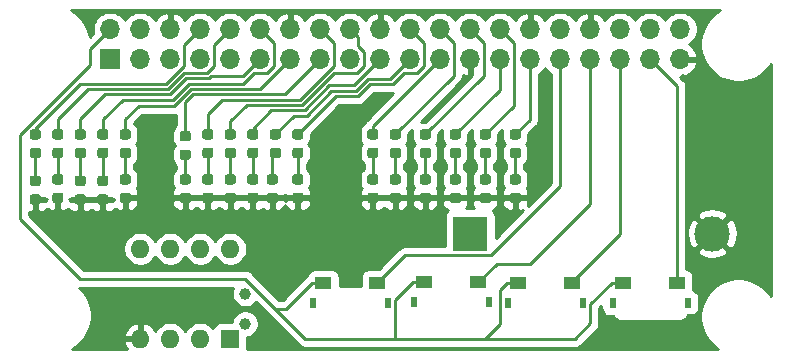
<source format=gbr>
G04 #@! TF.GenerationSoftware,KiCad,Pcbnew,5.1.6-c6e7f7d~87~ubuntu18.04.1*
G04 #@! TF.CreationDate,2020-07-17T19:47:34-05:00*
G04 #@! TF.ProjectId,relojBin,72656c6f-6a42-4696-9e2e-6b696361645f,1.0.8*
G04 #@! TF.SameCoordinates,Original*
G04 #@! TF.FileFunction,Copper,L1,Top*
G04 #@! TF.FilePolarity,Positive*
%FSLAX46Y46*%
G04 Gerber Fmt 4.6, Leading zero omitted, Abs format (unit mm)*
G04 Created by KiCad (PCBNEW 5.1.6-c6e7f7d~87~ubuntu18.04.1) date 2020-07-17 19:47:34*
%MOMM*%
%LPD*%
G01*
G04 APERTURE LIST*
G04 #@! TA.AperFunction,SMDPad,CuDef*
%ADD10R,0.600000X0.850000*%
G04 #@! TD*
G04 #@! TA.AperFunction,SMDPad,CuDef*
%ADD11R,1.450000X1.100000*%
G04 #@! TD*
G04 #@! TA.AperFunction,ComponentPad*
%ADD12C,1.000000*%
G04 #@! TD*
G04 #@! TA.AperFunction,ComponentPad*
%ADD13O,1.600000X1.600000*%
G04 #@! TD*
G04 #@! TA.AperFunction,ComponentPad*
%ADD14R,1.600000X1.600000*%
G04 #@! TD*
G04 #@! TA.AperFunction,ComponentPad*
%ADD15R,3.000000X3.000000*%
G04 #@! TD*
G04 #@! TA.AperFunction,ComponentPad*
%ADD16C,3.000000*%
G04 #@! TD*
G04 #@! TA.AperFunction,ComponentPad*
%ADD17O,1.700000X1.700000*%
G04 #@! TD*
G04 #@! TA.AperFunction,ComponentPad*
%ADD18R,1.700000X1.700000*%
G04 #@! TD*
G04 #@! TA.AperFunction,Conductor*
%ADD19C,0.250000*%
G04 #@! TD*
G04 #@! TA.AperFunction,Conductor*
%ADD20C,0.254000*%
G04 #@! TD*
G04 APERTURE END LIST*
D10*
X107340000Y-74435000D03*
X100940000Y-74435000D03*
D11*
X106415000Y-72760000D03*
X101865000Y-72760000D03*
D10*
X90495000Y-74350000D03*
X84095000Y-74350000D03*
D11*
X89570000Y-72675000D03*
X85020000Y-72675000D03*
D10*
X98450000Y-74435000D03*
X92050000Y-74435000D03*
D11*
X97525000Y-72760000D03*
X92975000Y-72760000D03*
D10*
X81940000Y-74435000D03*
X75540000Y-74435000D03*
D11*
X81015000Y-72760000D03*
X76465000Y-72760000D03*
D12*
X69850000Y-73660000D03*
X69850000Y-76200000D03*
D13*
X68580000Y-69850000D03*
X60960000Y-77470000D03*
X66040000Y-69850000D03*
X63500000Y-77470000D03*
X63500000Y-69850000D03*
X66040000Y-77470000D03*
X60960000Y-69850000D03*
D14*
X68580000Y-77470000D03*
G04 #@! TA.AperFunction,SMDPad,CuDef*
G36*
G01*
X92453750Y-61310000D02*
X92966250Y-61310000D01*
G75*
G02*
X93185000Y-61528750I0J-218750D01*
G01*
X93185000Y-61966250D01*
G75*
G02*
X92966250Y-62185000I-218750J0D01*
G01*
X92453750Y-62185000D01*
G75*
G02*
X92235000Y-61966250I0J218750D01*
G01*
X92235000Y-61528750D01*
G75*
G02*
X92453750Y-61310000I218750J0D01*
G01*
G37*
G04 #@! TD.AperFunction*
G04 #@! TA.AperFunction,SMDPad,CuDef*
G36*
G01*
X92453750Y-59735000D02*
X92966250Y-59735000D01*
G75*
G02*
X93185000Y-59953750I0J-218750D01*
G01*
X93185000Y-60391250D01*
G75*
G02*
X92966250Y-60610000I-218750J0D01*
G01*
X92453750Y-60610000D01*
G75*
G02*
X92235000Y-60391250I0J218750D01*
G01*
X92235000Y-59953750D01*
G75*
G02*
X92453750Y-59735000I218750J0D01*
G01*
G37*
G04 #@! TD.AperFunction*
G04 #@! TA.AperFunction,SMDPad,CuDef*
G36*
G01*
X89913750Y-61310000D02*
X90426250Y-61310000D01*
G75*
G02*
X90645000Y-61528750I0J-218750D01*
G01*
X90645000Y-61966250D01*
G75*
G02*
X90426250Y-62185000I-218750J0D01*
G01*
X89913750Y-62185000D01*
G75*
G02*
X89695000Y-61966250I0J218750D01*
G01*
X89695000Y-61528750D01*
G75*
G02*
X89913750Y-61310000I218750J0D01*
G01*
G37*
G04 #@! TD.AperFunction*
G04 #@! TA.AperFunction,SMDPad,CuDef*
G36*
G01*
X89913750Y-59735000D02*
X90426250Y-59735000D01*
G75*
G02*
X90645000Y-59953750I0J-218750D01*
G01*
X90645000Y-60391250D01*
G75*
G02*
X90426250Y-60610000I-218750J0D01*
G01*
X89913750Y-60610000D01*
G75*
G02*
X89695000Y-60391250I0J218750D01*
G01*
X89695000Y-59953750D01*
G75*
G02*
X89913750Y-59735000I218750J0D01*
G01*
G37*
G04 #@! TD.AperFunction*
G04 #@! TA.AperFunction,SMDPad,CuDef*
G36*
G01*
X87373750Y-61310000D02*
X87886250Y-61310000D01*
G75*
G02*
X88105000Y-61528750I0J-218750D01*
G01*
X88105000Y-61966250D01*
G75*
G02*
X87886250Y-62185000I-218750J0D01*
G01*
X87373750Y-62185000D01*
G75*
G02*
X87155000Y-61966250I0J218750D01*
G01*
X87155000Y-61528750D01*
G75*
G02*
X87373750Y-61310000I218750J0D01*
G01*
G37*
G04 #@! TD.AperFunction*
G04 #@! TA.AperFunction,SMDPad,CuDef*
G36*
G01*
X87373750Y-59735000D02*
X87886250Y-59735000D01*
G75*
G02*
X88105000Y-59953750I0J-218750D01*
G01*
X88105000Y-60391250D01*
G75*
G02*
X87886250Y-60610000I-218750J0D01*
G01*
X87373750Y-60610000D01*
G75*
G02*
X87155000Y-60391250I0J218750D01*
G01*
X87155000Y-59953750D01*
G75*
G02*
X87373750Y-59735000I218750J0D01*
G01*
G37*
G04 #@! TD.AperFunction*
G04 #@! TA.AperFunction,SMDPad,CuDef*
G36*
G01*
X84833750Y-61310000D02*
X85346250Y-61310000D01*
G75*
G02*
X85565000Y-61528750I0J-218750D01*
G01*
X85565000Y-61966250D01*
G75*
G02*
X85346250Y-62185000I-218750J0D01*
G01*
X84833750Y-62185000D01*
G75*
G02*
X84615000Y-61966250I0J218750D01*
G01*
X84615000Y-61528750D01*
G75*
G02*
X84833750Y-61310000I218750J0D01*
G01*
G37*
G04 #@! TD.AperFunction*
G04 #@! TA.AperFunction,SMDPad,CuDef*
G36*
G01*
X84833750Y-59735000D02*
X85346250Y-59735000D01*
G75*
G02*
X85565000Y-59953750I0J-218750D01*
G01*
X85565000Y-60391250D01*
G75*
G02*
X85346250Y-60610000I-218750J0D01*
G01*
X84833750Y-60610000D01*
G75*
G02*
X84615000Y-60391250I0J218750D01*
G01*
X84615000Y-59953750D01*
G75*
G02*
X84833750Y-59735000I218750J0D01*
G01*
G37*
G04 #@! TD.AperFunction*
G04 #@! TA.AperFunction,SMDPad,CuDef*
G36*
G01*
X82293750Y-61310000D02*
X82806250Y-61310000D01*
G75*
G02*
X83025000Y-61528750I0J-218750D01*
G01*
X83025000Y-61966250D01*
G75*
G02*
X82806250Y-62185000I-218750J0D01*
G01*
X82293750Y-62185000D01*
G75*
G02*
X82075000Y-61966250I0J218750D01*
G01*
X82075000Y-61528750D01*
G75*
G02*
X82293750Y-61310000I218750J0D01*
G01*
G37*
G04 #@! TD.AperFunction*
G04 #@! TA.AperFunction,SMDPad,CuDef*
G36*
G01*
X82293750Y-59735000D02*
X82806250Y-59735000D01*
G75*
G02*
X83025000Y-59953750I0J-218750D01*
G01*
X83025000Y-60391250D01*
G75*
G02*
X82806250Y-60610000I-218750J0D01*
G01*
X82293750Y-60610000D01*
G75*
G02*
X82075000Y-60391250I0J218750D01*
G01*
X82075000Y-59953750D01*
G75*
G02*
X82293750Y-59735000I218750J0D01*
G01*
G37*
G04 #@! TD.AperFunction*
G04 #@! TA.AperFunction,SMDPad,CuDef*
G36*
G01*
X80388750Y-61310000D02*
X80901250Y-61310000D01*
G75*
G02*
X81120000Y-61528750I0J-218750D01*
G01*
X81120000Y-61966250D01*
G75*
G02*
X80901250Y-62185000I-218750J0D01*
G01*
X80388750Y-62185000D01*
G75*
G02*
X80170000Y-61966250I0J218750D01*
G01*
X80170000Y-61528750D01*
G75*
G02*
X80388750Y-61310000I218750J0D01*
G01*
G37*
G04 #@! TD.AperFunction*
G04 #@! TA.AperFunction,SMDPad,CuDef*
G36*
G01*
X80388750Y-59735000D02*
X80901250Y-59735000D01*
G75*
G02*
X81120000Y-59953750I0J-218750D01*
G01*
X81120000Y-60391250D01*
G75*
G02*
X80901250Y-60610000I-218750J0D01*
G01*
X80388750Y-60610000D01*
G75*
G02*
X80170000Y-60391250I0J218750D01*
G01*
X80170000Y-59953750D01*
G75*
G02*
X80388750Y-59735000I218750J0D01*
G01*
G37*
G04 #@! TD.AperFunction*
G04 #@! TA.AperFunction,SMDPad,CuDef*
G36*
G01*
X74038750Y-61310000D02*
X74551250Y-61310000D01*
G75*
G02*
X74770000Y-61528750I0J-218750D01*
G01*
X74770000Y-61966250D01*
G75*
G02*
X74551250Y-62185000I-218750J0D01*
G01*
X74038750Y-62185000D01*
G75*
G02*
X73820000Y-61966250I0J218750D01*
G01*
X73820000Y-61528750D01*
G75*
G02*
X74038750Y-61310000I218750J0D01*
G01*
G37*
G04 #@! TD.AperFunction*
G04 #@! TA.AperFunction,SMDPad,CuDef*
G36*
G01*
X74038750Y-59735000D02*
X74551250Y-59735000D01*
G75*
G02*
X74770000Y-59953750I0J-218750D01*
G01*
X74770000Y-60391250D01*
G75*
G02*
X74551250Y-60610000I-218750J0D01*
G01*
X74038750Y-60610000D01*
G75*
G02*
X73820000Y-60391250I0J218750D01*
G01*
X73820000Y-59953750D01*
G75*
G02*
X74038750Y-59735000I218750J0D01*
G01*
G37*
G04 #@! TD.AperFunction*
G04 #@! TA.AperFunction,SMDPad,CuDef*
G36*
G01*
X72133750Y-61310000D02*
X72646250Y-61310000D01*
G75*
G02*
X72865000Y-61528750I0J-218750D01*
G01*
X72865000Y-61966250D01*
G75*
G02*
X72646250Y-62185000I-218750J0D01*
G01*
X72133750Y-62185000D01*
G75*
G02*
X71915000Y-61966250I0J218750D01*
G01*
X71915000Y-61528750D01*
G75*
G02*
X72133750Y-61310000I218750J0D01*
G01*
G37*
G04 #@! TD.AperFunction*
G04 #@! TA.AperFunction,SMDPad,CuDef*
G36*
G01*
X72133750Y-59735000D02*
X72646250Y-59735000D01*
G75*
G02*
X72865000Y-59953750I0J-218750D01*
G01*
X72865000Y-60391250D01*
G75*
G02*
X72646250Y-60610000I-218750J0D01*
G01*
X72133750Y-60610000D01*
G75*
G02*
X71915000Y-60391250I0J218750D01*
G01*
X71915000Y-59953750D01*
G75*
G02*
X72133750Y-59735000I218750J0D01*
G01*
G37*
G04 #@! TD.AperFunction*
G04 #@! TA.AperFunction,SMDPad,CuDef*
G36*
G01*
X70228750Y-61310000D02*
X70741250Y-61310000D01*
G75*
G02*
X70960000Y-61528750I0J-218750D01*
G01*
X70960000Y-61966250D01*
G75*
G02*
X70741250Y-62185000I-218750J0D01*
G01*
X70228750Y-62185000D01*
G75*
G02*
X70010000Y-61966250I0J218750D01*
G01*
X70010000Y-61528750D01*
G75*
G02*
X70228750Y-61310000I218750J0D01*
G01*
G37*
G04 #@! TD.AperFunction*
G04 #@! TA.AperFunction,SMDPad,CuDef*
G36*
G01*
X70228750Y-59735000D02*
X70741250Y-59735000D01*
G75*
G02*
X70960000Y-59953750I0J-218750D01*
G01*
X70960000Y-60391250D01*
G75*
G02*
X70741250Y-60610000I-218750J0D01*
G01*
X70228750Y-60610000D01*
G75*
G02*
X70010000Y-60391250I0J218750D01*
G01*
X70010000Y-59953750D01*
G75*
G02*
X70228750Y-59735000I218750J0D01*
G01*
G37*
G04 #@! TD.AperFunction*
G04 #@! TA.AperFunction,SMDPad,CuDef*
G36*
G01*
X68323750Y-61310000D02*
X68836250Y-61310000D01*
G75*
G02*
X69055000Y-61528750I0J-218750D01*
G01*
X69055000Y-61966250D01*
G75*
G02*
X68836250Y-62185000I-218750J0D01*
G01*
X68323750Y-62185000D01*
G75*
G02*
X68105000Y-61966250I0J218750D01*
G01*
X68105000Y-61528750D01*
G75*
G02*
X68323750Y-61310000I218750J0D01*
G01*
G37*
G04 #@! TD.AperFunction*
G04 #@! TA.AperFunction,SMDPad,CuDef*
G36*
G01*
X68323750Y-59735000D02*
X68836250Y-59735000D01*
G75*
G02*
X69055000Y-59953750I0J-218750D01*
G01*
X69055000Y-60391250D01*
G75*
G02*
X68836250Y-60610000I-218750J0D01*
G01*
X68323750Y-60610000D01*
G75*
G02*
X68105000Y-60391250I0J218750D01*
G01*
X68105000Y-59953750D01*
G75*
G02*
X68323750Y-59735000I218750J0D01*
G01*
G37*
G04 #@! TD.AperFunction*
G04 #@! TA.AperFunction,SMDPad,CuDef*
G36*
G01*
X66418750Y-61310000D02*
X66931250Y-61310000D01*
G75*
G02*
X67150000Y-61528750I0J-218750D01*
G01*
X67150000Y-61966250D01*
G75*
G02*
X66931250Y-62185000I-218750J0D01*
G01*
X66418750Y-62185000D01*
G75*
G02*
X66200000Y-61966250I0J218750D01*
G01*
X66200000Y-61528750D01*
G75*
G02*
X66418750Y-61310000I218750J0D01*
G01*
G37*
G04 #@! TD.AperFunction*
G04 #@! TA.AperFunction,SMDPad,CuDef*
G36*
G01*
X66418750Y-59735000D02*
X66931250Y-59735000D01*
G75*
G02*
X67150000Y-59953750I0J-218750D01*
G01*
X67150000Y-60391250D01*
G75*
G02*
X66931250Y-60610000I-218750J0D01*
G01*
X66418750Y-60610000D01*
G75*
G02*
X66200000Y-60391250I0J218750D01*
G01*
X66200000Y-59953750D01*
G75*
G02*
X66418750Y-59735000I218750J0D01*
G01*
G37*
G04 #@! TD.AperFunction*
G04 #@! TA.AperFunction,SMDPad,CuDef*
G36*
G01*
X64513750Y-61462500D02*
X65026250Y-61462500D01*
G75*
G02*
X65245000Y-61681250I0J-218750D01*
G01*
X65245000Y-62118750D01*
G75*
G02*
X65026250Y-62337500I-218750J0D01*
G01*
X64513750Y-62337500D01*
G75*
G02*
X64295000Y-62118750I0J218750D01*
G01*
X64295000Y-61681250D01*
G75*
G02*
X64513750Y-61462500I218750J0D01*
G01*
G37*
G04 #@! TD.AperFunction*
G04 #@! TA.AperFunction,SMDPad,CuDef*
G36*
G01*
X64513750Y-59887500D02*
X65026250Y-59887500D01*
G75*
G02*
X65245000Y-60106250I0J-218750D01*
G01*
X65245000Y-60543750D01*
G75*
G02*
X65026250Y-60762500I-218750J0D01*
G01*
X64513750Y-60762500D01*
G75*
G02*
X64295000Y-60543750I0J218750D01*
G01*
X64295000Y-60106250D01*
G75*
G02*
X64513750Y-59887500I218750J0D01*
G01*
G37*
G04 #@! TD.AperFunction*
G04 #@! TA.AperFunction,SMDPad,CuDef*
G36*
G01*
X59433750Y-61310000D02*
X59946250Y-61310000D01*
G75*
G02*
X60165000Y-61528750I0J-218750D01*
G01*
X60165000Y-61966250D01*
G75*
G02*
X59946250Y-62185000I-218750J0D01*
G01*
X59433750Y-62185000D01*
G75*
G02*
X59215000Y-61966250I0J218750D01*
G01*
X59215000Y-61528750D01*
G75*
G02*
X59433750Y-61310000I218750J0D01*
G01*
G37*
G04 #@! TD.AperFunction*
G04 #@! TA.AperFunction,SMDPad,CuDef*
G36*
G01*
X59433750Y-59735000D02*
X59946250Y-59735000D01*
G75*
G02*
X60165000Y-59953750I0J-218750D01*
G01*
X60165000Y-60391250D01*
G75*
G02*
X59946250Y-60610000I-218750J0D01*
G01*
X59433750Y-60610000D01*
G75*
G02*
X59215000Y-60391250I0J218750D01*
G01*
X59215000Y-59953750D01*
G75*
G02*
X59433750Y-59735000I218750J0D01*
G01*
G37*
G04 #@! TD.AperFunction*
G04 #@! TA.AperFunction,SMDPad,CuDef*
G36*
G01*
X57528750Y-61310000D02*
X58041250Y-61310000D01*
G75*
G02*
X58260000Y-61528750I0J-218750D01*
G01*
X58260000Y-61966250D01*
G75*
G02*
X58041250Y-62185000I-218750J0D01*
G01*
X57528750Y-62185000D01*
G75*
G02*
X57310000Y-61966250I0J218750D01*
G01*
X57310000Y-61528750D01*
G75*
G02*
X57528750Y-61310000I218750J0D01*
G01*
G37*
G04 #@! TD.AperFunction*
G04 #@! TA.AperFunction,SMDPad,CuDef*
G36*
G01*
X57528750Y-59735000D02*
X58041250Y-59735000D01*
G75*
G02*
X58260000Y-59953750I0J-218750D01*
G01*
X58260000Y-60391250D01*
G75*
G02*
X58041250Y-60610000I-218750J0D01*
G01*
X57528750Y-60610000D01*
G75*
G02*
X57310000Y-60391250I0J218750D01*
G01*
X57310000Y-59953750D01*
G75*
G02*
X57528750Y-59735000I218750J0D01*
G01*
G37*
G04 #@! TD.AperFunction*
G04 #@! TA.AperFunction,SMDPad,CuDef*
G36*
G01*
X55623750Y-61310000D02*
X56136250Y-61310000D01*
G75*
G02*
X56355000Y-61528750I0J-218750D01*
G01*
X56355000Y-61966250D01*
G75*
G02*
X56136250Y-62185000I-218750J0D01*
G01*
X55623750Y-62185000D01*
G75*
G02*
X55405000Y-61966250I0J218750D01*
G01*
X55405000Y-61528750D01*
G75*
G02*
X55623750Y-61310000I218750J0D01*
G01*
G37*
G04 #@! TD.AperFunction*
G04 #@! TA.AperFunction,SMDPad,CuDef*
G36*
G01*
X55623750Y-59735000D02*
X56136250Y-59735000D01*
G75*
G02*
X56355000Y-59953750I0J-218750D01*
G01*
X56355000Y-60391250D01*
G75*
G02*
X56136250Y-60610000I-218750J0D01*
G01*
X55623750Y-60610000D01*
G75*
G02*
X55405000Y-60391250I0J218750D01*
G01*
X55405000Y-59953750D01*
G75*
G02*
X55623750Y-59735000I218750J0D01*
G01*
G37*
G04 #@! TD.AperFunction*
G04 #@! TA.AperFunction,SMDPad,CuDef*
G36*
G01*
X53718750Y-61310000D02*
X54231250Y-61310000D01*
G75*
G02*
X54450000Y-61528750I0J-218750D01*
G01*
X54450000Y-61966250D01*
G75*
G02*
X54231250Y-62185000I-218750J0D01*
G01*
X53718750Y-62185000D01*
G75*
G02*
X53500000Y-61966250I0J218750D01*
G01*
X53500000Y-61528750D01*
G75*
G02*
X53718750Y-61310000I218750J0D01*
G01*
G37*
G04 #@! TD.AperFunction*
G04 #@! TA.AperFunction,SMDPad,CuDef*
G36*
G01*
X53718750Y-59735000D02*
X54231250Y-59735000D01*
G75*
G02*
X54450000Y-59953750I0J-218750D01*
G01*
X54450000Y-60391250D01*
G75*
G02*
X54231250Y-60610000I-218750J0D01*
G01*
X53718750Y-60610000D01*
G75*
G02*
X53500000Y-60391250I0J218750D01*
G01*
X53500000Y-59953750D01*
G75*
G02*
X53718750Y-59735000I218750J0D01*
G01*
G37*
G04 #@! TD.AperFunction*
G04 #@! TA.AperFunction,SMDPad,CuDef*
G36*
G01*
X51813750Y-61310000D02*
X52326250Y-61310000D01*
G75*
G02*
X52545000Y-61528750I0J-218750D01*
G01*
X52545000Y-61966250D01*
G75*
G02*
X52326250Y-62185000I-218750J0D01*
G01*
X51813750Y-62185000D01*
G75*
G02*
X51595000Y-61966250I0J218750D01*
G01*
X51595000Y-61528750D01*
G75*
G02*
X51813750Y-61310000I218750J0D01*
G01*
G37*
G04 #@! TD.AperFunction*
G04 #@! TA.AperFunction,SMDPad,CuDef*
G36*
G01*
X51813750Y-59735000D02*
X52326250Y-59735000D01*
G75*
G02*
X52545000Y-59953750I0J-218750D01*
G01*
X52545000Y-60391250D01*
G75*
G02*
X52326250Y-60610000I-218750J0D01*
G01*
X51813750Y-60610000D01*
G75*
G02*
X51595000Y-60391250I0J218750D01*
G01*
X51595000Y-59953750D01*
G75*
G02*
X51813750Y-59735000I218750J0D01*
G01*
G37*
G04 #@! TD.AperFunction*
G04 #@! TA.AperFunction,SMDPad,CuDef*
G36*
G01*
X92966250Y-64420000D02*
X92453750Y-64420000D01*
G75*
G02*
X92235000Y-64201250I0J218750D01*
G01*
X92235000Y-63763750D01*
G75*
G02*
X92453750Y-63545000I218750J0D01*
G01*
X92966250Y-63545000D01*
G75*
G02*
X93185000Y-63763750I0J-218750D01*
G01*
X93185000Y-64201250D01*
G75*
G02*
X92966250Y-64420000I-218750J0D01*
G01*
G37*
G04 #@! TD.AperFunction*
G04 #@! TA.AperFunction,SMDPad,CuDef*
G36*
G01*
X92966250Y-65995000D02*
X92453750Y-65995000D01*
G75*
G02*
X92235000Y-65776250I0J218750D01*
G01*
X92235000Y-65338750D01*
G75*
G02*
X92453750Y-65120000I218750J0D01*
G01*
X92966250Y-65120000D01*
G75*
G02*
X93185000Y-65338750I0J-218750D01*
G01*
X93185000Y-65776250D01*
G75*
G02*
X92966250Y-65995000I-218750J0D01*
G01*
G37*
G04 #@! TD.AperFunction*
G04 #@! TA.AperFunction,SMDPad,CuDef*
G36*
G01*
X90426250Y-64420000D02*
X89913750Y-64420000D01*
G75*
G02*
X89695000Y-64201250I0J218750D01*
G01*
X89695000Y-63763750D01*
G75*
G02*
X89913750Y-63545000I218750J0D01*
G01*
X90426250Y-63545000D01*
G75*
G02*
X90645000Y-63763750I0J-218750D01*
G01*
X90645000Y-64201250D01*
G75*
G02*
X90426250Y-64420000I-218750J0D01*
G01*
G37*
G04 #@! TD.AperFunction*
G04 #@! TA.AperFunction,SMDPad,CuDef*
G36*
G01*
X90426250Y-65995000D02*
X89913750Y-65995000D01*
G75*
G02*
X89695000Y-65776250I0J218750D01*
G01*
X89695000Y-65338750D01*
G75*
G02*
X89913750Y-65120000I218750J0D01*
G01*
X90426250Y-65120000D01*
G75*
G02*
X90645000Y-65338750I0J-218750D01*
G01*
X90645000Y-65776250D01*
G75*
G02*
X90426250Y-65995000I-218750J0D01*
G01*
G37*
G04 #@! TD.AperFunction*
G04 #@! TA.AperFunction,SMDPad,CuDef*
G36*
G01*
X87886250Y-64420000D02*
X87373750Y-64420000D01*
G75*
G02*
X87155000Y-64201250I0J218750D01*
G01*
X87155000Y-63763750D01*
G75*
G02*
X87373750Y-63545000I218750J0D01*
G01*
X87886250Y-63545000D01*
G75*
G02*
X88105000Y-63763750I0J-218750D01*
G01*
X88105000Y-64201250D01*
G75*
G02*
X87886250Y-64420000I-218750J0D01*
G01*
G37*
G04 #@! TD.AperFunction*
G04 #@! TA.AperFunction,SMDPad,CuDef*
G36*
G01*
X87886250Y-65995000D02*
X87373750Y-65995000D01*
G75*
G02*
X87155000Y-65776250I0J218750D01*
G01*
X87155000Y-65338750D01*
G75*
G02*
X87373750Y-65120000I218750J0D01*
G01*
X87886250Y-65120000D01*
G75*
G02*
X88105000Y-65338750I0J-218750D01*
G01*
X88105000Y-65776250D01*
G75*
G02*
X87886250Y-65995000I-218750J0D01*
G01*
G37*
G04 #@! TD.AperFunction*
G04 #@! TA.AperFunction,SMDPad,CuDef*
G36*
G01*
X85346250Y-64420000D02*
X84833750Y-64420000D01*
G75*
G02*
X84615000Y-64201250I0J218750D01*
G01*
X84615000Y-63763750D01*
G75*
G02*
X84833750Y-63545000I218750J0D01*
G01*
X85346250Y-63545000D01*
G75*
G02*
X85565000Y-63763750I0J-218750D01*
G01*
X85565000Y-64201250D01*
G75*
G02*
X85346250Y-64420000I-218750J0D01*
G01*
G37*
G04 #@! TD.AperFunction*
G04 #@! TA.AperFunction,SMDPad,CuDef*
G36*
G01*
X85346250Y-65995000D02*
X84833750Y-65995000D01*
G75*
G02*
X84615000Y-65776250I0J218750D01*
G01*
X84615000Y-65338750D01*
G75*
G02*
X84833750Y-65120000I218750J0D01*
G01*
X85346250Y-65120000D01*
G75*
G02*
X85565000Y-65338750I0J-218750D01*
G01*
X85565000Y-65776250D01*
G75*
G02*
X85346250Y-65995000I-218750J0D01*
G01*
G37*
G04 #@! TD.AperFunction*
G04 #@! TA.AperFunction,SMDPad,CuDef*
G36*
G01*
X82806250Y-64420000D02*
X82293750Y-64420000D01*
G75*
G02*
X82075000Y-64201250I0J218750D01*
G01*
X82075000Y-63763750D01*
G75*
G02*
X82293750Y-63545000I218750J0D01*
G01*
X82806250Y-63545000D01*
G75*
G02*
X83025000Y-63763750I0J-218750D01*
G01*
X83025000Y-64201250D01*
G75*
G02*
X82806250Y-64420000I-218750J0D01*
G01*
G37*
G04 #@! TD.AperFunction*
G04 #@! TA.AperFunction,SMDPad,CuDef*
G36*
G01*
X82806250Y-65995000D02*
X82293750Y-65995000D01*
G75*
G02*
X82075000Y-65776250I0J218750D01*
G01*
X82075000Y-65338750D01*
G75*
G02*
X82293750Y-65120000I218750J0D01*
G01*
X82806250Y-65120000D01*
G75*
G02*
X83025000Y-65338750I0J-218750D01*
G01*
X83025000Y-65776250D01*
G75*
G02*
X82806250Y-65995000I-218750J0D01*
G01*
G37*
G04 #@! TD.AperFunction*
G04 #@! TA.AperFunction,SMDPad,CuDef*
G36*
G01*
X80901250Y-64420000D02*
X80388750Y-64420000D01*
G75*
G02*
X80170000Y-64201250I0J218750D01*
G01*
X80170000Y-63763750D01*
G75*
G02*
X80388750Y-63545000I218750J0D01*
G01*
X80901250Y-63545000D01*
G75*
G02*
X81120000Y-63763750I0J-218750D01*
G01*
X81120000Y-64201250D01*
G75*
G02*
X80901250Y-64420000I-218750J0D01*
G01*
G37*
G04 #@! TD.AperFunction*
G04 #@! TA.AperFunction,SMDPad,CuDef*
G36*
G01*
X80901250Y-65995000D02*
X80388750Y-65995000D01*
G75*
G02*
X80170000Y-65776250I0J218750D01*
G01*
X80170000Y-65338750D01*
G75*
G02*
X80388750Y-65120000I218750J0D01*
G01*
X80901250Y-65120000D01*
G75*
G02*
X81120000Y-65338750I0J-218750D01*
G01*
X81120000Y-65776250D01*
G75*
G02*
X80901250Y-65995000I-218750J0D01*
G01*
G37*
G04 #@! TD.AperFunction*
G04 #@! TA.AperFunction,SMDPad,CuDef*
G36*
G01*
X74551250Y-64420000D02*
X74038750Y-64420000D01*
G75*
G02*
X73820000Y-64201250I0J218750D01*
G01*
X73820000Y-63763750D01*
G75*
G02*
X74038750Y-63545000I218750J0D01*
G01*
X74551250Y-63545000D01*
G75*
G02*
X74770000Y-63763750I0J-218750D01*
G01*
X74770000Y-64201250D01*
G75*
G02*
X74551250Y-64420000I-218750J0D01*
G01*
G37*
G04 #@! TD.AperFunction*
G04 #@! TA.AperFunction,SMDPad,CuDef*
G36*
G01*
X74551250Y-65995000D02*
X74038750Y-65995000D01*
G75*
G02*
X73820000Y-65776250I0J218750D01*
G01*
X73820000Y-65338750D01*
G75*
G02*
X74038750Y-65120000I218750J0D01*
G01*
X74551250Y-65120000D01*
G75*
G02*
X74770000Y-65338750I0J-218750D01*
G01*
X74770000Y-65776250D01*
G75*
G02*
X74551250Y-65995000I-218750J0D01*
G01*
G37*
G04 #@! TD.AperFunction*
G04 #@! TA.AperFunction,SMDPad,CuDef*
G36*
G01*
X72392250Y-64420000D02*
X71879750Y-64420000D01*
G75*
G02*
X71661000Y-64201250I0J218750D01*
G01*
X71661000Y-63763750D01*
G75*
G02*
X71879750Y-63545000I218750J0D01*
G01*
X72392250Y-63545000D01*
G75*
G02*
X72611000Y-63763750I0J-218750D01*
G01*
X72611000Y-64201250D01*
G75*
G02*
X72392250Y-64420000I-218750J0D01*
G01*
G37*
G04 #@! TD.AperFunction*
G04 #@! TA.AperFunction,SMDPad,CuDef*
G36*
G01*
X72392250Y-65995000D02*
X71879750Y-65995000D01*
G75*
G02*
X71661000Y-65776250I0J218750D01*
G01*
X71661000Y-65338750D01*
G75*
G02*
X71879750Y-65120000I218750J0D01*
G01*
X72392250Y-65120000D01*
G75*
G02*
X72611000Y-65338750I0J-218750D01*
G01*
X72611000Y-65776250D01*
G75*
G02*
X72392250Y-65995000I-218750J0D01*
G01*
G37*
G04 #@! TD.AperFunction*
G04 #@! TA.AperFunction,SMDPad,CuDef*
G36*
G01*
X70741250Y-64420000D02*
X70228750Y-64420000D01*
G75*
G02*
X70010000Y-64201250I0J218750D01*
G01*
X70010000Y-63763750D01*
G75*
G02*
X70228750Y-63545000I218750J0D01*
G01*
X70741250Y-63545000D01*
G75*
G02*
X70960000Y-63763750I0J-218750D01*
G01*
X70960000Y-64201250D01*
G75*
G02*
X70741250Y-64420000I-218750J0D01*
G01*
G37*
G04 #@! TD.AperFunction*
G04 #@! TA.AperFunction,SMDPad,CuDef*
G36*
G01*
X70741250Y-65995000D02*
X70228750Y-65995000D01*
G75*
G02*
X70010000Y-65776250I0J218750D01*
G01*
X70010000Y-65338750D01*
G75*
G02*
X70228750Y-65120000I218750J0D01*
G01*
X70741250Y-65120000D01*
G75*
G02*
X70960000Y-65338750I0J-218750D01*
G01*
X70960000Y-65776250D01*
G75*
G02*
X70741250Y-65995000I-218750J0D01*
G01*
G37*
G04 #@! TD.AperFunction*
G04 #@! TA.AperFunction,SMDPad,CuDef*
G36*
G01*
X68836250Y-64420000D02*
X68323750Y-64420000D01*
G75*
G02*
X68105000Y-64201250I0J218750D01*
G01*
X68105000Y-63763750D01*
G75*
G02*
X68323750Y-63545000I218750J0D01*
G01*
X68836250Y-63545000D01*
G75*
G02*
X69055000Y-63763750I0J-218750D01*
G01*
X69055000Y-64201250D01*
G75*
G02*
X68836250Y-64420000I-218750J0D01*
G01*
G37*
G04 #@! TD.AperFunction*
G04 #@! TA.AperFunction,SMDPad,CuDef*
G36*
G01*
X68836250Y-65995000D02*
X68323750Y-65995000D01*
G75*
G02*
X68105000Y-65776250I0J218750D01*
G01*
X68105000Y-65338750D01*
G75*
G02*
X68323750Y-65120000I218750J0D01*
G01*
X68836250Y-65120000D01*
G75*
G02*
X69055000Y-65338750I0J-218750D01*
G01*
X69055000Y-65776250D01*
G75*
G02*
X68836250Y-65995000I-218750J0D01*
G01*
G37*
G04 #@! TD.AperFunction*
G04 #@! TA.AperFunction,SMDPad,CuDef*
G36*
G01*
X66931250Y-64420000D02*
X66418750Y-64420000D01*
G75*
G02*
X66200000Y-64201250I0J218750D01*
G01*
X66200000Y-63763750D01*
G75*
G02*
X66418750Y-63545000I218750J0D01*
G01*
X66931250Y-63545000D01*
G75*
G02*
X67150000Y-63763750I0J-218750D01*
G01*
X67150000Y-64201250D01*
G75*
G02*
X66931250Y-64420000I-218750J0D01*
G01*
G37*
G04 #@! TD.AperFunction*
G04 #@! TA.AperFunction,SMDPad,CuDef*
G36*
G01*
X66931250Y-65995000D02*
X66418750Y-65995000D01*
G75*
G02*
X66200000Y-65776250I0J218750D01*
G01*
X66200000Y-65338750D01*
G75*
G02*
X66418750Y-65120000I218750J0D01*
G01*
X66931250Y-65120000D01*
G75*
G02*
X67150000Y-65338750I0J-218750D01*
G01*
X67150000Y-65776250D01*
G75*
G02*
X66931250Y-65995000I-218750J0D01*
G01*
G37*
G04 #@! TD.AperFunction*
G04 #@! TA.AperFunction,SMDPad,CuDef*
G36*
G01*
X65026250Y-64420000D02*
X64513750Y-64420000D01*
G75*
G02*
X64295000Y-64201250I0J218750D01*
G01*
X64295000Y-63763750D01*
G75*
G02*
X64513750Y-63545000I218750J0D01*
G01*
X65026250Y-63545000D01*
G75*
G02*
X65245000Y-63763750I0J-218750D01*
G01*
X65245000Y-64201250D01*
G75*
G02*
X65026250Y-64420000I-218750J0D01*
G01*
G37*
G04 #@! TD.AperFunction*
G04 #@! TA.AperFunction,SMDPad,CuDef*
G36*
G01*
X65026250Y-65995000D02*
X64513750Y-65995000D01*
G75*
G02*
X64295000Y-65776250I0J218750D01*
G01*
X64295000Y-65338750D01*
G75*
G02*
X64513750Y-65120000I218750J0D01*
G01*
X65026250Y-65120000D01*
G75*
G02*
X65245000Y-65338750I0J-218750D01*
G01*
X65245000Y-65776250D01*
G75*
G02*
X65026250Y-65995000I-218750J0D01*
G01*
G37*
G04 #@! TD.AperFunction*
G04 #@! TA.AperFunction,SMDPad,CuDef*
G36*
G01*
X59946250Y-64420000D02*
X59433750Y-64420000D01*
G75*
G02*
X59215000Y-64201250I0J218750D01*
G01*
X59215000Y-63763750D01*
G75*
G02*
X59433750Y-63545000I218750J0D01*
G01*
X59946250Y-63545000D01*
G75*
G02*
X60165000Y-63763750I0J-218750D01*
G01*
X60165000Y-64201250D01*
G75*
G02*
X59946250Y-64420000I-218750J0D01*
G01*
G37*
G04 #@! TD.AperFunction*
G04 #@! TA.AperFunction,SMDPad,CuDef*
G36*
G01*
X59946250Y-65995000D02*
X59433750Y-65995000D01*
G75*
G02*
X59215000Y-65776250I0J218750D01*
G01*
X59215000Y-65338750D01*
G75*
G02*
X59433750Y-65120000I218750J0D01*
G01*
X59946250Y-65120000D01*
G75*
G02*
X60165000Y-65338750I0J-218750D01*
G01*
X60165000Y-65776250D01*
G75*
G02*
X59946250Y-65995000I-218750J0D01*
G01*
G37*
G04 #@! TD.AperFunction*
G04 #@! TA.AperFunction,SMDPad,CuDef*
G36*
G01*
X58041250Y-64547000D02*
X57528750Y-64547000D01*
G75*
G02*
X57310000Y-64328250I0J218750D01*
G01*
X57310000Y-63890750D01*
G75*
G02*
X57528750Y-63672000I218750J0D01*
G01*
X58041250Y-63672000D01*
G75*
G02*
X58260000Y-63890750I0J-218750D01*
G01*
X58260000Y-64328250D01*
G75*
G02*
X58041250Y-64547000I-218750J0D01*
G01*
G37*
G04 #@! TD.AperFunction*
G04 #@! TA.AperFunction,SMDPad,CuDef*
G36*
G01*
X58041250Y-66122000D02*
X57528750Y-66122000D01*
G75*
G02*
X57310000Y-65903250I0J218750D01*
G01*
X57310000Y-65465750D01*
G75*
G02*
X57528750Y-65247000I218750J0D01*
G01*
X58041250Y-65247000D01*
G75*
G02*
X58260000Y-65465750I0J-218750D01*
G01*
X58260000Y-65903250D01*
G75*
G02*
X58041250Y-66122000I-218750J0D01*
G01*
G37*
G04 #@! TD.AperFunction*
G04 #@! TA.AperFunction,SMDPad,CuDef*
G36*
G01*
X56136250Y-64547000D02*
X55623750Y-64547000D01*
G75*
G02*
X55405000Y-64328250I0J218750D01*
G01*
X55405000Y-63890750D01*
G75*
G02*
X55623750Y-63672000I218750J0D01*
G01*
X56136250Y-63672000D01*
G75*
G02*
X56355000Y-63890750I0J-218750D01*
G01*
X56355000Y-64328250D01*
G75*
G02*
X56136250Y-64547000I-218750J0D01*
G01*
G37*
G04 #@! TD.AperFunction*
G04 #@! TA.AperFunction,SMDPad,CuDef*
G36*
G01*
X56136250Y-66122000D02*
X55623750Y-66122000D01*
G75*
G02*
X55405000Y-65903250I0J218750D01*
G01*
X55405000Y-65465750D01*
G75*
G02*
X55623750Y-65247000I218750J0D01*
G01*
X56136250Y-65247000D01*
G75*
G02*
X56355000Y-65465750I0J-218750D01*
G01*
X56355000Y-65903250D01*
G75*
G02*
X56136250Y-66122000I-218750J0D01*
G01*
G37*
G04 #@! TD.AperFunction*
G04 #@! TA.AperFunction,SMDPad,CuDef*
G36*
G01*
X54231250Y-64420000D02*
X53718750Y-64420000D01*
G75*
G02*
X53500000Y-64201250I0J218750D01*
G01*
X53500000Y-63763750D01*
G75*
G02*
X53718750Y-63545000I218750J0D01*
G01*
X54231250Y-63545000D01*
G75*
G02*
X54450000Y-63763750I0J-218750D01*
G01*
X54450000Y-64201250D01*
G75*
G02*
X54231250Y-64420000I-218750J0D01*
G01*
G37*
G04 #@! TD.AperFunction*
G04 #@! TA.AperFunction,SMDPad,CuDef*
G36*
G01*
X54231250Y-65995000D02*
X53718750Y-65995000D01*
G75*
G02*
X53500000Y-65776250I0J218750D01*
G01*
X53500000Y-65338750D01*
G75*
G02*
X53718750Y-65120000I218750J0D01*
G01*
X54231250Y-65120000D01*
G75*
G02*
X54450000Y-65338750I0J-218750D01*
G01*
X54450000Y-65776250D01*
G75*
G02*
X54231250Y-65995000I-218750J0D01*
G01*
G37*
G04 #@! TD.AperFunction*
G04 #@! TA.AperFunction,SMDPad,CuDef*
G36*
G01*
X52326250Y-64547000D02*
X51813750Y-64547000D01*
G75*
G02*
X51595000Y-64328250I0J218750D01*
G01*
X51595000Y-63890750D01*
G75*
G02*
X51813750Y-63672000I218750J0D01*
G01*
X52326250Y-63672000D01*
G75*
G02*
X52545000Y-63890750I0J-218750D01*
G01*
X52545000Y-64328250D01*
G75*
G02*
X52326250Y-64547000I-218750J0D01*
G01*
G37*
G04 #@! TD.AperFunction*
G04 #@! TA.AperFunction,SMDPad,CuDef*
G36*
G01*
X52326250Y-66122000D02*
X51813750Y-66122000D01*
G75*
G02*
X51595000Y-65903250I0J218750D01*
G01*
X51595000Y-65465750D01*
G75*
G02*
X51813750Y-65247000I218750J0D01*
G01*
X52326250Y-65247000D01*
G75*
G02*
X52545000Y-65465750I0J-218750D01*
G01*
X52545000Y-65903250D01*
G75*
G02*
X52326250Y-66122000I-218750J0D01*
G01*
G37*
G04 #@! TD.AperFunction*
D15*
X88900000Y-68580000D03*
D16*
X109390000Y-68580000D03*
D17*
X106660000Y-51260000D03*
X106660000Y-53800000D03*
X104120000Y-51260000D03*
X104120000Y-53800000D03*
X101580000Y-51260000D03*
X101580000Y-53800000D03*
X99040000Y-51260000D03*
X99040000Y-53800000D03*
X96500000Y-51260000D03*
X96500000Y-53800000D03*
X93960000Y-51260000D03*
X93960000Y-53800000D03*
X91420000Y-51260000D03*
X91420000Y-53800000D03*
X88880000Y-51260000D03*
X88880000Y-53800000D03*
X86340000Y-51260000D03*
X86340000Y-53800000D03*
X83800000Y-51260000D03*
X83800000Y-53800000D03*
X81260000Y-51260000D03*
X81260000Y-53800000D03*
X78720000Y-51260000D03*
X78720000Y-53800000D03*
X76180000Y-51260000D03*
X76180000Y-53800000D03*
X73640000Y-51260000D03*
X73640000Y-53800000D03*
X71100000Y-51260000D03*
X71100000Y-53800000D03*
X68560000Y-51260000D03*
X68560000Y-53800000D03*
X66020000Y-51260000D03*
X66020000Y-53800000D03*
X63480000Y-51260000D03*
X63480000Y-53800000D03*
X60940000Y-51260000D03*
X60940000Y-53800000D03*
X58400000Y-51260000D03*
D18*
X58400000Y-53800000D03*
D19*
X52070000Y-61747500D02*
X52070000Y-64109500D01*
X53975000Y-61747500D02*
X53975000Y-63982500D01*
X55880000Y-61747500D02*
X55880000Y-64109500D01*
X57785000Y-61747500D02*
X57785000Y-64109500D01*
X59690000Y-61747500D02*
X59690000Y-63982500D01*
X64770000Y-63982500D02*
X64770000Y-61900000D01*
X66675000Y-63982500D02*
X66675000Y-61747500D01*
X68580000Y-61747500D02*
X68580000Y-63982500D01*
X70485000Y-61747500D02*
X70485000Y-63982500D01*
X72136000Y-62001500D02*
X72390000Y-61747500D01*
X72136000Y-63982500D02*
X72136000Y-62001500D01*
X74295000Y-63982500D02*
X74295000Y-61747500D01*
X80645000Y-61747500D02*
X80645000Y-63982500D01*
X82550000Y-63982500D02*
X82550000Y-61747500D01*
X85090000Y-63982500D02*
X85090000Y-61747500D01*
X87630000Y-63982500D02*
X87630000Y-61747500D01*
X90170000Y-63982500D02*
X90170000Y-61747500D01*
X92710000Y-63982500D02*
X92710000Y-61747500D01*
X93960000Y-58922500D02*
X92710000Y-60172500D01*
X93960000Y-53800000D02*
X93960000Y-58922500D01*
X92595001Y-57747499D02*
X90170000Y-60172500D01*
X92595001Y-52435001D02*
X92595001Y-57747499D01*
X91420000Y-51260000D02*
X92595001Y-52435001D01*
X91420000Y-56382500D02*
X87630000Y-60172500D01*
X91420000Y-53800000D02*
X91420000Y-56382500D01*
X88880000Y-51260000D02*
X88900000Y-51280000D01*
X90055001Y-55207499D02*
X85090000Y-60172500D01*
X90055001Y-52435001D02*
X90055001Y-55207499D01*
X88880000Y-51260000D02*
X90055001Y-52435001D01*
X87515001Y-55207499D02*
X82550000Y-60172500D01*
X87515001Y-52435001D02*
X87515001Y-55207499D01*
X86340000Y-51260000D02*
X87515001Y-52435001D01*
X80645000Y-59495000D02*
X80645000Y-60172500D01*
X86340000Y-53800000D02*
X80645000Y-59495000D01*
X83800000Y-51260000D02*
X84975001Y-52435001D01*
X84975001Y-52435001D02*
X84975001Y-54364001D01*
X84364001Y-54975001D02*
X83261409Y-54975001D01*
X84975001Y-54364001D02*
X84364001Y-54975001D01*
X83261409Y-54975001D02*
X82320695Y-55915715D01*
X82320695Y-55915715D02*
X80417105Y-55915715D01*
X80417105Y-55915715D02*
X79367810Y-56965010D01*
X77502490Y-56965010D02*
X74295000Y-60172500D01*
X79367810Y-56965010D02*
X77502490Y-56965010D01*
X81260000Y-53800000D02*
X79041589Y-56018411D01*
X79041589Y-56018411D02*
X76973411Y-56018411D01*
X76973411Y-56018411D02*
X74861774Y-58130048D01*
X74861774Y-58130048D02*
X72044952Y-58130048D01*
X70485000Y-59690000D02*
X70485000Y-60172500D01*
X72044952Y-58130048D02*
X70485000Y-59690000D01*
X79375000Y-51915000D02*
X78720000Y-51260000D01*
X79895001Y-54364001D02*
X79895001Y-53235999D01*
X79895001Y-53235999D02*
X79375000Y-52715998D01*
X79375000Y-52715998D02*
X79375000Y-51915000D01*
X79284001Y-54975001D02*
X77380411Y-54975001D01*
X79895001Y-54364001D02*
X79284001Y-54975001D01*
X74675374Y-57680038D02*
X69954962Y-57680038D01*
X77380411Y-54975001D02*
X74675374Y-57680038D01*
X68580000Y-59055000D02*
X68580000Y-60172500D01*
X69954962Y-57680038D02*
X68580000Y-59055000D01*
X77355001Y-54364001D02*
X77355001Y-52435001D01*
X74488973Y-57230029D02*
X77355001Y-54364001D01*
X67909971Y-57230029D02*
X74488973Y-57230029D01*
X77355001Y-52435001D02*
X76180000Y-51260000D01*
X66675000Y-58465000D02*
X67909971Y-57230029D01*
X66675000Y-58902500D02*
X66675000Y-58465000D01*
X66675000Y-58902500D02*
X66675000Y-60172500D01*
X64770000Y-59055000D02*
X64770000Y-57431052D01*
X64770000Y-57431052D02*
X65421032Y-56780020D01*
X73199980Y-56780020D02*
X76180000Y-53800000D01*
X65421032Y-56780020D02*
X73199980Y-56780020D01*
X64770000Y-59055000D02*
X64770000Y-60325000D01*
X73640000Y-53800000D02*
X71109990Y-56330010D01*
X71109990Y-56330010D02*
X65234632Y-56330010D01*
X65234632Y-56330010D02*
X63779642Y-57785000D01*
X60807500Y-57785000D02*
X59690000Y-58902500D01*
X63779642Y-57785000D02*
X60807500Y-57785000D01*
X59690000Y-58902500D02*
X59690000Y-60172500D01*
X72275001Y-54364001D02*
X72275001Y-52435001D01*
X72275001Y-52435001D02*
X71100000Y-51260000D01*
X71664001Y-54975001D02*
X70561409Y-54975001D01*
X72275001Y-54364001D02*
X71664001Y-54975001D01*
X69656410Y-55880000D02*
X65048232Y-55880000D01*
X70561409Y-54975001D02*
X69656410Y-55880000D01*
X65048232Y-55880000D02*
X63698202Y-57230030D01*
X59457470Y-57230030D02*
X57785000Y-58902500D01*
X63698202Y-57230030D02*
X59457470Y-57230030D01*
X57785000Y-58902500D02*
X57785000Y-60172500D01*
X58002480Y-56780020D02*
X55880000Y-58902500D01*
X71100000Y-53800000D02*
X69655000Y-55245000D01*
X66950412Y-55245000D02*
X66770401Y-55425011D01*
X69655000Y-55245000D02*
X66950412Y-55245000D01*
X66770401Y-55425011D02*
X64866811Y-55425011D01*
X63511802Y-56780020D02*
X58002480Y-56780020D01*
X64866811Y-55425011D02*
X63511802Y-56780020D01*
X55880000Y-58902500D02*
X55880000Y-60172500D01*
X68560000Y-51260000D02*
X67195001Y-52624999D01*
X67195001Y-52624999D02*
X67195001Y-54364001D01*
X66584001Y-54975001D02*
X64680411Y-54975001D01*
X67195001Y-54364001D02*
X66584001Y-54975001D01*
X64680411Y-54975001D02*
X63325402Y-56330010D01*
X56547490Y-56330010D02*
X53975000Y-58902500D01*
X63325402Y-56330010D02*
X56547490Y-56330010D01*
X53975000Y-58902500D02*
X53975000Y-60172500D01*
X64655001Y-54364001D02*
X63139002Y-55880000D01*
X64655001Y-52624999D02*
X64655001Y-54364001D01*
X66020000Y-51260000D02*
X64655001Y-52624999D01*
X63139002Y-55880000D02*
X55880000Y-55880000D01*
X52070000Y-59690000D02*
X52070000Y-60172500D01*
X55880000Y-55880000D02*
X52070000Y-59690000D01*
X83800000Y-53800000D02*
X82134295Y-55465705D01*
X82134295Y-55465705D02*
X80230705Y-55465705D01*
X79181410Y-56515000D02*
X77113232Y-56515000D01*
X80230705Y-55465705D02*
X79181410Y-56515000D01*
X77113232Y-56515000D02*
X75048175Y-58580057D01*
X73982443Y-58580057D02*
X72390000Y-60172500D01*
X75048175Y-58580057D02*
X73982443Y-58580057D01*
X106415000Y-56095000D02*
X104120000Y-53800000D01*
X106415000Y-72760000D02*
X106415000Y-56095000D01*
X97525000Y-72760000D02*
X97525000Y-72655000D01*
X101580000Y-68600000D02*
X101580000Y-53800000D01*
X97525000Y-72655000D02*
X101580000Y-68600000D01*
X89570000Y-72675000D02*
X91125000Y-71120000D01*
X91125000Y-71120000D02*
X93980000Y-71120000D01*
X99040000Y-66060000D02*
X99040000Y-53800000D01*
X93980000Y-71120000D02*
X99040000Y-66060000D01*
X96500000Y-64565002D02*
X96500000Y-53800000D01*
X90660001Y-70405001D02*
X96500000Y-64565002D01*
X83369999Y-70405001D02*
X90660001Y-70405001D01*
X81015000Y-72760000D02*
X83369999Y-70405001D01*
X73320000Y-74930000D02*
X72390000Y-74930000D01*
X75490000Y-72760000D02*
X73320000Y-74930000D01*
X76465000Y-72760000D02*
X75490000Y-72760000D01*
X72390000Y-74930000D02*
X74930000Y-77470000D01*
X82565001Y-74154999D02*
X82565001Y-77454999D01*
X85020000Y-72675000D02*
X84045000Y-72675000D01*
X84045000Y-72675000D02*
X82565001Y-74154999D01*
X92975000Y-72760000D02*
X92000000Y-72760000D01*
X91424999Y-73335001D02*
X91424999Y-76215001D01*
X74930000Y-77470000D02*
X90170000Y-77470000D01*
X91424999Y-76215001D02*
X90170000Y-77470000D01*
X92000000Y-72760000D02*
X91424999Y-73335001D01*
X99075001Y-74574999D02*
X99075001Y-76184999D01*
X99075001Y-76184999D02*
X97790000Y-77470000D01*
X100890000Y-72760000D02*
X99075001Y-74574999D01*
X101865000Y-72760000D02*
X100890000Y-72760000D01*
X90170000Y-77470000D02*
X97790000Y-77470000D01*
X71120000Y-73660000D02*
X72390000Y-74930000D01*
X56725001Y-52934999D02*
X56725001Y-54273505D01*
X50800000Y-60198506D02*
X50800000Y-67310000D01*
X58400000Y-51260000D02*
X56725001Y-52934999D01*
X56725001Y-54273505D02*
X50800000Y-60198506D01*
X50800000Y-67310000D02*
X55880000Y-72390000D01*
X69850000Y-72390000D02*
X71120000Y-73660000D01*
X55880000Y-72390000D02*
X69850000Y-72390000D01*
D20*
G36*
X109542907Y-49993425D02*
G01*
X109093425Y-50442907D01*
X108740270Y-50971442D01*
X108497012Y-51558719D01*
X108373000Y-52182168D01*
X108373000Y-52817832D01*
X108497012Y-53441281D01*
X108740270Y-54028558D01*
X109093425Y-54557093D01*
X109542907Y-55006575D01*
X110071442Y-55359730D01*
X110658719Y-55602988D01*
X111282168Y-55727000D01*
X111917832Y-55727000D01*
X112541281Y-55602988D01*
X113128558Y-55359730D01*
X113657093Y-55006575D01*
X114106575Y-54557093D01*
X114340000Y-54207747D01*
X114340001Y-73892254D01*
X114106575Y-73542907D01*
X113657093Y-73093425D01*
X113128558Y-72740270D01*
X112541281Y-72497012D01*
X111917832Y-72373000D01*
X111282168Y-72373000D01*
X110658719Y-72497012D01*
X110071442Y-72740270D01*
X109542907Y-73093425D01*
X109093425Y-73542907D01*
X108740270Y-74071442D01*
X108497012Y-74658719D01*
X108373000Y-75282168D01*
X108373000Y-75917832D01*
X108497012Y-76541281D01*
X108740270Y-77128558D01*
X109093425Y-77657093D01*
X109542907Y-78106575D01*
X109892253Y-78340000D01*
X70011178Y-78340000D01*
X70018072Y-78270000D01*
X70018072Y-77323804D01*
X70181067Y-77291383D01*
X70387624Y-77205824D01*
X70573520Y-77081612D01*
X70731612Y-76923520D01*
X70855824Y-76737624D01*
X70941383Y-76531067D01*
X70985000Y-76311788D01*
X70985000Y-76088212D01*
X70941383Y-75868933D01*
X70855824Y-75662376D01*
X70731612Y-75476480D01*
X70573520Y-75318388D01*
X70387624Y-75194176D01*
X70181067Y-75108617D01*
X69961788Y-75065000D01*
X69738212Y-75065000D01*
X69518933Y-75108617D01*
X69312376Y-75194176D01*
X69126480Y-75318388D01*
X68968388Y-75476480D01*
X68844176Y-75662376D01*
X68758617Y-75868933D01*
X68726196Y-76031928D01*
X67780000Y-76031928D01*
X67655518Y-76044188D01*
X67535820Y-76080498D01*
X67425506Y-76139463D01*
X67328815Y-76218815D01*
X67249463Y-76315506D01*
X67190498Y-76425820D01*
X67154188Y-76545518D01*
X67153357Y-76553961D01*
X66954759Y-76355363D01*
X66719727Y-76198320D01*
X66458574Y-76090147D01*
X66181335Y-76035000D01*
X65898665Y-76035000D01*
X65621426Y-76090147D01*
X65360273Y-76198320D01*
X65125241Y-76355363D01*
X64925363Y-76555241D01*
X64770000Y-76787759D01*
X64614637Y-76555241D01*
X64414759Y-76355363D01*
X64179727Y-76198320D01*
X63918574Y-76090147D01*
X63641335Y-76035000D01*
X63358665Y-76035000D01*
X63081426Y-76090147D01*
X62820273Y-76198320D01*
X62585241Y-76355363D01*
X62385363Y-76555241D01*
X62228320Y-76790273D01*
X62223933Y-76800865D01*
X62112385Y-76614869D01*
X61923414Y-76406481D01*
X61697420Y-76238963D01*
X61443087Y-76118754D01*
X61309039Y-76078096D01*
X61087000Y-76200085D01*
X61087000Y-77343000D01*
X61107000Y-77343000D01*
X61107000Y-77597000D01*
X61087000Y-77597000D01*
X61087000Y-77617000D01*
X60833000Y-77617000D01*
X60833000Y-77597000D01*
X59689376Y-77597000D01*
X59568091Y-77819040D01*
X59662930Y-78083881D01*
X59807615Y-78325131D01*
X59821099Y-78340000D01*
X55158086Y-78340000D01*
X55657093Y-78006575D01*
X56106575Y-77557093D01*
X56397989Y-77120960D01*
X59568091Y-77120960D01*
X59689376Y-77343000D01*
X60833000Y-77343000D01*
X60833000Y-76200085D01*
X60610961Y-76078096D01*
X60476913Y-76118754D01*
X60222580Y-76238963D01*
X59996586Y-76406481D01*
X59807615Y-76614869D01*
X59662930Y-76856119D01*
X59568091Y-77120960D01*
X56397989Y-77120960D01*
X56459730Y-77028558D01*
X56702988Y-76441281D01*
X56827000Y-75817832D01*
X56827000Y-75182168D01*
X56702988Y-74558719D01*
X56459730Y-73971442D01*
X56106575Y-73442907D01*
X55810500Y-73146832D01*
X55842667Y-73150000D01*
X55842677Y-73150000D01*
X55880000Y-73153676D01*
X55917323Y-73150000D01*
X68832734Y-73150000D01*
X68758617Y-73328933D01*
X68715000Y-73548212D01*
X68715000Y-73771788D01*
X68758617Y-73991067D01*
X68844176Y-74197624D01*
X68968388Y-74383520D01*
X69126480Y-74541612D01*
X69312376Y-74665824D01*
X69518933Y-74751383D01*
X69738212Y-74795000D01*
X69961788Y-74795000D01*
X70181067Y-74751383D01*
X70387624Y-74665824D01*
X70573520Y-74541612D01*
X70731612Y-74383520D01*
X70746475Y-74361276D01*
X71826200Y-75441002D01*
X71849999Y-75470001D01*
X71879003Y-75493804D01*
X74366205Y-77981008D01*
X74389999Y-78010001D01*
X74418992Y-78033795D01*
X74418996Y-78033799D01*
X74487445Y-78089973D01*
X74505724Y-78104974D01*
X74637753Y-78175546D01*
X74781014Y-78219003D01*
X74892667Y-78230000D01*
X74892676Y-78230000D01*
X74929999Y-78233676D01*
X74967322Y-78230000D01*
X90132678Y-78230000D01*
X90170000Y-78233676D01*
X90207322Y-78230000D01*
X97752678Y-78230000D01*
X97790000Y-78233676D01*
X97827322Y-78230000D01*
X97827333Y-78230000D01*
X97938986Y-78219003D01*
X98082247Y-78175546D01*
X98214276Y-78104974D01*
X98330001Y-78010001D01*
X98353804Y-77980997D01*
X99586004Y-76748798D01*
X99615002Y-76725000D01*
X99709975Y-76609275D01*
X99780547Y-76477246D01*
X99824004Y-76333985D01*
X99835001Y-76222332D01*
X99835001Y-76222322D01*
X99838677Y-76184999D01*
X99835001Y-76147676D01*
X99835001Y-74889800D01*
X100001928Y-74722873D01*
X100001928Y-74860000D01*
X100014188Y-74984482D01*
X100050498Y-75104180D01*
X100109463Y-75214494D01*
X100188815Y-75311185D01*
X100227024Y-75342542D01*
X100227024Y-75555850D01*
X100995781Y-75555850D01*
X100995857Y-75556102D01*
X101055285Y-75667285D01*
X101135262Y-75764738D01*
X101232715Y-75844715D01*
X101343898Y-75904143D01*
X101464538Y-75940739D01*
X101558566Y-75950000D01*
X101590000Y-75953096D01*
X101621434Y-75950000D01*
X106658566Y-75950000D01*
X106690000Y-75953096D01*
X106721434Y-75950000D01*
X106815462Y-75940739D01*
X106936102Y-75904143D01*
X107047285Y-75844715D01*
X107144738Y-75764738D01*
X107224715Y-75667285D01*
X107284143Y-75556102D01*
X107301746Y-75498072D01*
X107640000Y-75498072D01*
X107764482Y-75485812D01*
X107884180Y-75449502D01*
X107994494Y-75390537D01*
X108091185Y-75311185D01*
X108170537Y-75214494D01*
X108229502Y-75104180D01*
X108265812Y-74984482D01*
X108278072Y-74860000D01*
X108278072Y-74010000D01*
X108265812Y-73885518D01*
X108229502Y-73765820D01*
X108170537Y-73655506D01*
X108091185Y-73558815D01*
X107994494Y-73479463D01*
X107884180Y-73420498D01*
X107770583Y-73386039D01*
X107778072Y-73310000D01*
X107778072Y-72210000D01*
X107765812Y-72085518D01*
X107729502Y-71965820D01*
X107670537Y-71855506D01*
X107591185Y-71758815D01*
X107494494Y-71679463D01*
X107384180Y-71620498D01*
X107264482Y-71584188D01*
X107175000Y-71575375D01*
X107175000Y-70071653D01*
X108077952Y-70071653D01*
X108233962Y-70387214D01*
X108608745Y-70578020D01*
X109013551Y-70692044D01*
X109432824Y-70724902D01*
X109850451Y-70675334D01*
X110250383Y-70545243D01*
X110546038Y-70387214D01*
X110702048Y-70071653D01*
X109390000Y-68759605D01*
X108077952Y-70071653D01*
X107175000Y-70071653D01*
X107175000Y-68622824D01*
X107245098Y-68622824D01*
X107294666Y-69040451D01*
X107424757Y-69440383D01*
X107582786Y-69736038D01*
X107898347Y-69892048D01*
X109210395Y-68580000D01*
X109569605Y-68580000D01*
X110881653Y-69892048D01*
X111197214Y-69736038D01*
X111388020Y-69361255D01*
X111502044Y-68956449D01*
X111534902Y-68537176D01*
X111485334Y-68119549D01*
X111355243Y-67719617D01*
X111197214Y-67423962D01*
X110881653Y-67267952D01*
X109569605Y-68580000D01*
X109210395Y-68580000D01*
X107898347Y-67267952D01*
X107582786Y-67423962D01*
X107391980Y-67798745D01*
X107277956Y-68203551D01*
X107245098Y-68622824D01*
X107175000Y-68622824D01*
X107175000Y-67088347D01*
X108077952Y-67088347D01*
X109390000Y-68400395D01*
X110702048Y-67088347D01*
X110546038Y-66772786D01*
X110171255Y-66581980D01*
X109766449Y-66467956D01*
X109347176Y-66435098D01*
X108929549Y-66484666D01*
X108529617Y-66614757D01*
X108233962Y-66772786D01*
X108077952Y-67088347D01*
X107175000Y-67088347D01*
X107175000Y-56132322D01*
X107178676Y-56094999D01*
X107175000Y-56057676D01*
X107175000Y-56057667D01*
X107164003Y-55946014D01*
X107120546Y-55802753D01*
X107101291Y-55766730D01*
X107049974Y-55670723D01*
X106978799Y-55583997D01*
X106955001Y-55554999D01*
X106926003Y-55531201D01*
X106679802Y-55285000D01*
X106787002Y-55285000D01*
X106787002Y-55120156D01*
X107016890Y-55241476D01*
X107164099Y-55196825D01*
X107426920Y-55071641D01*
X107660269Y-54897588D01*
X107855178Y-54681355D01*
X108004157Y-54431252D01*
X108101481Y-54156891D01*
X107980814Y-53927000D01*
X106787000Y-53927000D01*
X106787000Y-53947000D01*
X106533000Y-53947000D01*
X106533000Y-53927000D01*
X106513000Y-53927000D01*
X106513000Y-53673000D01*
X106533000Y-53673000D01*
X106533000Y-53653000D01*
X106787000Y-53653000D01*
X106787000Y-53673000D01*
X107980814Y-53673000D01*
X108101481Y-53443109D01*
X108004157Y-53168748D01*
X107855178Y-52918645D01*
X107660269Y-52702412D01*
X107430594Y-52531100D01*
X107606632Y-52413475D01*
X107813475Y-52206632D01*
X107975990Y-51963411D01*
X108087932Y-51693158D01*
X108145000Y-51406260D01*
X108145000Y-51113740D01*
X108087932Y-50826842D01*
X107975990Y-50556589D01*
X107813475Y-50313368D01*
X107606632Y-50106525D01*
X107363411Y-49944010D01*
X107093158Y-49832068D01*
X106806260Y-49775000D01*
X106513740Y-49775000D01*
X106226842Y-49832068D01*
X105956589Y-49944010D01*
X105713368Y-50106525D01*
X105506525Y-50313368D01*
X105390000Y-50487760D01*
X105273475Y-50313368D01*
X105066632Y-50106525D01*
X104823411Y-49944010D01*
X104553158Y-49832068D01*
X104266260Y-49775000D01*
X103973740Y-49775000D01*
X103686842Y-49832068D01*
X103416589Y-49944010D01*
X103173368Y-50106525D01*
X102966525Y-50313368D01*
X102850000Y-50487760D01*
X102733475Y-50313368D01*
X102526632Y-50106525D01*
X102283411Y-49944010D01*
X102013158Y-49832068D01*
X101726260Y-49775000D01*
X101433740Y-49775000D01*
X101146842Y-49832068D01*
X100876589Y-49944010D01*
X100633368Y-50106525D01*
X100426525Y-50313368D01*
X100304805Y-50495534D01*
X100235178Y-50378645D01*
X100040269Y-50162412D01*
X99806920Y-49988359D01*
X99544099Y-49863175D01*
X99396890Y-49818524D01*
X99167000Y-49939845D01*
X99167000Y-51133000D01*
X99187000Y-51133000D01*
X99187000Y-51387000D01*
X99167000Y-51387000D01*
X99167000Y-51407000D01*
X98913000Y-51407000D01*
X98913000Y-51387000D01*
X98893000Y-51387000D01*
X98893000Y-51133000D01*
X98913000Y-51133000D01*
X98913000Y-49939845D01*
X98683110Y-49818524D01*
X98535901Y-49863175D01*
X98273080Y-49988359D01*
X98039731Y-50162412D01*
X97844822Y-50378645D01*
X97775195Y-50495534D01*
X97653475Y-50313368D01*
X97446632Y-50106525D01*
X97203411Y-49944010D01*
X96933158Y-49832068D01*
X96646260Y-49775000D01*
X96353740Y-49775000D01*
X96066842Y-49832068D01*
X95796589Y-49944010D01*
X95553368Y-50106525D01*
X95346525Y-50313368D01*
X95224805Y-50495534D01*
X95155178Y-50378645D01*
X94960269Y-50162412D01*
X94726920Y-49988359D01*
X94464099Y-49863175D01*
X94316890Y-49818524D01*
X94087000Y-49939845D01*
X94087000Y-51133000D01*
X94107000Y-51133000D01*
X94107000Y-51387000D01*
X94087000Y-51387000D01*
X94087000Y-51407000D01*
X93833000Y-51407000D01*
X93833000Y-51387000D01*
X93813000Y-51387000D01*
X93813000Y-51133000D01*
X93833000Y-51133000D01*
X93833000Y-49939845D01*
X93603110Y-49818524D01*
X93455901Y-49863175D01*
X93193080Y-49988359D01*
X92959731Y-50162412D01*
X92764822Y-50378645D01*
X92695195Y-50495534D01*
X92573475Y-50313368D01*
X92366632Y-50106525D01*
X92123411Y-49944010D01*
X91853158Y-49832068D01*
X91566260Y-49775000D01*
X91273740Y-49775000D01*
X90986842Y-49832068D01*
X90716589Y-49944010D01*
X90473368Y-50106525D01*
X90266525Y-50313368D01*
X90150000Y-50487760D01*
X90033475Y-50313368D01*
X89826632Y-50106525D01*
X89583411Y-49944010D01*
X89313158Y-49832068D01*
X89026260Y-49775000D01*
X88733740Y-49775000D01*
X88446842Y-49832068D01*
X88176589Y-49944010D01*
X87933368Y-50106525D01*
X87726525Y-50313368D01*
X87610000Y-50487760D01*
X87493475Y-50313368D01*
X87286632Y-50106525D01*
X87043411Y-49944010D01*
X86773158Y-49832068D01*
X86486260Y-49775000D01*
X86193740Y-49775000D01*
X85906842Y-49832068D01*
X85636589Y-49944010D01*
X85393368Y-50106525D01*
X85186525Y-50313368D01*
X85070000Y-50487760D01*
X84953475Y-50313368D01*
X84746632Y-50106525D01*
X84503411Y-49944010D01*
X84233158Y-49832068D01*
X83946260Y-49775000D01*
X83653740Y-49775000D01*
X83366842Y-49832068D01*
X83096589Y-49944010D01*
X82853368Y-50106525D01*
X82646525Y-50313368D01*
X82524805Y-50495534D01*
X82455178Y-50378645D01*
X82260269Y-50162412D01*
X82026920Y-49988359D01*
X81764099Y-49863175D01*
X81616890Y-49818524D01*
X81387000Y-49939845D01*
X81387000Y-51133000D01*
X81407000Y-51133000D01*
X81407000Y-51387000D01*
X81387000Y-51387000D01*
X81387000Y-51407000D01*
X81133000Y-51407000D01*
X81133000Y-51387000D01*
X81113000Y-51387000D01*
X81113000Y-51133000D01*
X81133000Y-51133000D01*
X81133000Y-49939845D01*
X80903110Y-49818524D01*
X80755901Y-49863175D01*
X80493080Y-49988359D01*
X80259731Y-50162412D01*
X80064822Y-50378645D01*
X79995195Y-50495534D01*
X79873475Y-50313368D01*
X79666632Y-50106525D01*
X79423411Y-49944010D01*
X79153158Y-49832068D01*
X78866260Y-49775000D01*
X78573740Y-49775000D01*
X78286842Y-49832068D01*
X78016589Y-49944010D01*
X77773368Y-50106525D01*
X77566525Y-50313368D01*
X77450000Y-50487760D01*
X77333475Y-50313368D01*
X77126632Y-50106525D01*
X76883411Y-49944010D01*
X76613158Y-49832068D01*
X76326260Y-49775000D01*
X76033740Y-49775000D01*
X75746842Y-49832068D01*
X75476589Y-49944010D01*
X75233368Y-50106525D01*
X75026525Y-50313368D01*
X74904805Y-50495534D01*
X74835178Y-50378645D01*
X74640269Y-50162412D01*
X74406920Y-49988359D01*
X74144099Y-49863175D01*
X73996890Y-49818524D01*
X73767000Y-49939845D01*
X73767000Y-51133000D01*
X73787000Y-51133000D01*
X73787000Y-51387000D01*
X73767000Y-51387000D01*
X73767000Y-51407000D01*
X73513000Y-51407000D01*
X73513000Y-51387000D01*
X73493000Y-51387000D01*
X73493000Y-51133000D01*
X73513000Y-51133000D01*
X73513000Y-49939845D01*
X73283110Y-49818524D01*
X73135901Y-49863175D01*
X72873080Y-49988359D01*
X72639731Y-50162412D01*
X72444822Y-50378645D01*
X72375195Y-50495534D01*
X72253475Y-50313368D01*
X72046632Y-50106525D01*
X71803411Y-49944010D01*
X71533158Y-49832068D01*
X71246260Y-49775000D01*
X70953740Y-49775000D01*
X70666842Y-49832068D01*
X70396589Y-49944010D01*
X70153368Y-50106525D01*
X69946525Y-50313368D01*
X69830000Y-50487760D01*
X69713475Y-50313368D01*
X69506632Y-50106525D01*
X69263411Y-49944010D01*
X68993158Y-49832068D01*
X68706260Y-49775000D01*
X68413740Y-49775000D01*
X68126842Y-49832068D01*
X67856589Y-49944010D01*
X67613368Y-50106525D01*
X67406525Y-50313368D01*
X67290000Y-50487760D01*
X67173475Y-50313368D01*
X66966632Y-50106525D01*
X66723411Y-49944010D01*
X66453158Y-49832068D01*
X66166260Y-49775000D01*
X65873740Y-49775000D01*
X65586842Y-49832068D01*
X65316589Y-49944010D01*
X65073368Y-50106525D01*
X64866525Y-50313368D01*
X64744805Y-50495534D01*
X64675178Y-50378645D01*
X64480269Y-50162412D01*
X64246920Y-49988359D01*
X63984099Y-49863175D01*
X63836890Y-49818524D01*
X63607000Y-49939845D01*
X63607000Y-51133000D01*
X63627000Y-51133000D01*
X63627000Y-51387000D01*
X63607000Y-51387000D01*
X63607000Y-51407000D01*
X63353000Y-51407000D01*
X63353000Y-51387000D01*
X63333000Y-51387000D01*
X63333000Y-51133000D01*
X63353000Y-51133000D01*
X63353000Y-49939845D01*
X63123110Y-49818524D01*
X62975901Y-49863175D01*
X62713080Y-49988359D01*
X62479731Y-50162412D01*
X62284822Y-50378645D01*
X62215195Y-50495534D01*
X62093475Y-50313368D01*
X61886632Y-50106525D01*
X61643411Y-49944010D01*
X61373158Y-49832068D01*
X61086260Y-49775000D01*
X60793740Y-49775000D01*
X60506842Y-49832068D01*
X60236589Y-49944010D01*
X59993368Y-50106525D01*
X59786525Y-50313368D01*
X59670000Y-50487760D01*
X59553475Y-50313368D01*
X59346632Y-50106525D01*
X59103411Y-49944010D01*
X58833158Y-49832068D01*
X58546260Y-49775000D01*
X58253740Y-49775000D01*
X57966842Y-49832068D01*
X57696589Y-49944010D01*
X57453368Y-50106525D01*
X57246525Y-50313368D01*
X57084010Y-50556589D01*
X56972068Y-50826842D01*
X56915000Y-51113740D01*
X56915000Y-51406260D01*
X56958791Y-51626408D01*
X56673250Y-51911949D01*
X56602988Y-51558719D01*
X56359730Y-50971442D01*
X56006575Y-50442907D01*
X55557093Y-49993425D01*
X55058086Y-49660000D01*
X110041914Y-49660000D01*
X109542907Y-49993425D01*
G37*
X109542907Y-49993425D02*
X109093425Y-50442907D01*
X108740270Y-50971442D01*
X108497012Y-51558719D01*
X108373000Y-52182168D01*
X108373000Y-52817832D01*
X108497012Y-53441281D01*
X108740270Y-54028558D01*
X109093425Y-54557093D01*
X109542907Y-55006575D01*
X110071442Y-55359730D01*
X110658719Y-55602988D01*
X111282168Y-55727000D01*
X111917832Y-55727000D01*
X112541281Y-55602988D01*
X113128558Y-55359730D01*
X113657093Y-55006575D01*
X114106575Y-54557093D01*
X114340000Y-54207747D01*
X114340001Y-73892254D01*
X114106575Y-73542907D01*
X113657093Y-73093425D01*
X113128558Y-72740270D01*
X112541281Y-72497012D01*
X111917832Y-72373000D01*
X111282168Y-72373000D01*
X110658719Y-72497012D01*
X110071442Y-72740270D01*
X109542907Y-73093425D01*
X109093425Y-73542907D01*
X108740270Y-74071442D01*
X108497012Y-74658719D01*
X108373000Y-75282168D01*
X108373000Y-75917832D01*
X108497012Y-76541281D01*
X108740270Y-77128558D01*
X109093425Y-77657093D01*
X109542907Y-78106575D01*
X109892253Y-78340000D01*
X70011178Y-78340000D01*
X70018072Y-78270000D01*
X70018072Y-77323804D01*
X70181067Y-77291383D01*
X70387624Y-77205824D01*
X70573520Y-77081612D01*
X70731612Y-76923520D01*
X70855824Y-76737624D01*
X70941383Y-76531067D01*
X70985000Y-76311788D01*
X70985000Y-76088212D01*
X70941383Y-75868933D01*
X70855824Y-75662376D01*
X70731612Y-75476480D01*
X70573520Y-75318388D01*
X70387624Y-75194176D01*
X70181067Y-75108617D01*
X69961788Y-75065000D01*
X69738212Y-75065000D01*
X69518933Y-75108617D01*
X69312376Y-75194176D01*
X69126480Y-75318388D01*
X68968388Y-75476480D01*
X68844176Y-75662376D01*
X68758617Y-75868933D01*
X68726196Y-76031928D01*
X67780000Y-76031928D01*
X67655518Y-76044188D01*
X67535820Y-76080498D01*
X67425506Y-76139463D01*
X67328815Y-76218815D01*
X67249463Y-76315506D01*
X67190498Y-76425820D01*
X67154188Y-76545518D01*
X67153357Y-76553961D01*
X66954759Y-76355363D01*
X66719727Y-76198320D01*
X66458574Y-76090147D01*
X66181335Y-76035000D01*
X65898665Y-76035000D01*
X65621426Y-76090147D01*
X65360273Y-76198320D01*
X65125241Y-76355363D01*
X64925363Y-76555241D01*
X64770000Y-76787759D01*
X64614637Y-76555241D01*
X64414759Y-76355363D01*
X64179727Y-76198320D01*
X63918574Y-76090147D01*
X63641335Y-76035000D01*
X63358665Y-76035000D01*
X63081426Y-76090147D01*
X62820273Y-76198320D01*
X62585241Y-76355363D01*
X62385363Y-76555241D01*
X62228320Y-76790273D01*
X62223933Y-76800865D01*
X62112385Y-76614869D01*
X61923414Y-76406481D01*
X61697420Y-76238963D01*
X61443087Y-76118754D01*
X61309039Y-76078096D01*
X61087000Y-76200085D01*
X61087000Y-77343000D01*
X61107000Y-77343000D01*
X61107000Y-77597000D01*
X61087000Y-77597000D01*
X61087000Y-77617000D01*
X60833000Y-77617000D01*
X60833000Y-77597000D01*
X59689376Y-77597000D01*
X59568091Y-77819040D01*
X59662930Y-78083881D01*
X59807615Y-78325131D01*
X59821099Y-78340000D01*
X55158086Y-78340000D01*
X55657093Y-78006575D01*
X56106575Y-77557093D01*
X56397989Y-77120960D01*
X59568091Y-77120960D01*
X59689376Y-77343000D01*
X60833000Y-77343000D01*
X60833000Y-76200085D01*
X60610961Y-76078096D01*
X60476913Y-76118754D01*
X60222580Y-76238963D01*
X59996586Y-76406481D01*
X59807615Y-76614869D01*
X59662930Y-76856119D01*
X59568091Y-77120960D01*
X56397989Y-77120960D01*
X56459730Y-77028558D01*
X56702988Y-76441281D01*
X56827000Y-75817832D01*
X56827000Y-75182168D01*
X56702988Y-74558719D01*
X56459730Y-73971442D01*
X56106575Y-73442907D01*
X55810500Y-73146832D01*
X55842667Y-73150000D01*
X55842677Y-73150000D01*
X55880000Y-73153676D01*
X55917323Y-73150000D01*
X68832734Y-73150000D01*
X68758617Y-73328933D01*
X68715000Y-73548212D01*
X68715000Y-73771788D01*
X68758617Y-73991067D01*
X68844176Y-74197624D01*
X68968388Y-74383520D01*
X69126480Y-74541612D01*
X69312376Y-74665824D01*
X69518933Y-74751383D01*
X69738212Y-74795000D01*
X69961788Y-74795000D01*
X70181067Y-74751383D01*
X70387624Y-74665824D01*
X70573520Y-74541612D01*
X70731612Y-74383520D01*
X70746475Y-74361276D01*
X71826200Y-75441002D01*
X71849999Y-75470001D01*
X71879003Y-75493804D01*
X74366205Y-77981008D01*
X74389999Y-78010001D01*
X74418992Y-78033795D01*
X74418996Y-78033799D01*
X74487445Y-78089973D01*
X74505724Y-78104974D01*
X74637753Y-78175546D01*
X74781014Y-78219003D01*
X74892667Y-78230000D01*
X74892676Y-78230000D01*
X74929999Y-78233676D01*
X74967322Y-78230000D01*
X90132678Y-78230000D01*
X90170000Y-78233676D01*
X90207322Y-78230000D01*
X97752678Y-78230000D01*
X97790000Y-78233676D01*
X97827322Y-78230000D01*
X97827333Y-78230000D01*
X97938986Y-78219003D01*
X98082247Y-78175546D01*
X98214276Y-78104974D01*
X98330001Y-78010001D01*
X98353804Y-77980997D01*
X99586004Y-76748798D01*
X99615002Y-76725000D01*
X99709975Y-76609275D01*
X99780547Y-76477246D01*
X99824004Y-76333985D01*
X99835001Y-76222332D01*
X99835001Y-76222322D01*
X99838677Y-76184999D01*
X99835001Y-76147676D01*
X99835001Y-74889800D01*
X100001928Y-74722873D01*
X100001928Y-74860000D01*
X100014188Y-74984482D01*
X100050498Y-75104180D01*
X100109463Y-75214494D01*
X100188815Y-75311185D01*
X100227024Y-75342542D01*
X100227024Y-75555850D01*
X100995781Y-75555850D01*
X100995857Y-75556102D01*
X101055285Y-75667285D01*
X101135262Y-75764738D01*
X101232715Y-75844715D01*
X101343898Y-75904143D01*
X101464538Y-75940739D01*
X101558566Y-75950000D01*
X101590000Y-75953096D01*
X101621434Y-75950000D01*
X106658566Y-75950000D01*
X106690000Y-75953096D01*
X106721434Y-75950000D01*
X106815462Y-75940739D01*
X106936102Y-75904143D01*
X107047285Y-75844715D01*
X107144738Y-75764738D01*
X107224715Y-75667285D01*
X107284143Y-75556102D01*
X107301746Y-75498072D01*
X107640000Y-75498072D01*
X107764482Y-75485812D01*
X107884180Y-75449502D01*
X107994494Y-75390537D01*
X108091185Y-75311185D01*
X108170537Y-75214494D01*
X108229502Y-75104180D01*
X108265812Y-74984482D01*
X108278072Y-74860000D01*
X108278072Y-74010000D01*
X108265812Y-73885518D01*
X108229502Y-73765820D01*
X108170537Y-73655506D01*
X108091185Y-73558815D01*
X107994494Y-73479463D01*
X107884180Y-73420498D01*
X107770583Y-73386039D01*
X107778072Y-73310000D01*
X107778072Y-72210000D01*
X107765812Y-72085518D01*
X107729502Y-71965820D01*
X107670537Y-71855506D01*
X107591185Y-71758815D01*
X107494494Y-71679463D01*
X107384180Y-71620498D01*
X107264482Y-71584188D01*
X107175000Y-71575375D01*
X107175000Y-70071653D01*
X108077952Y-70071653D01*
X108233962Y-70387214D01*
X108608745Y-70578020D01*
X109013551Y-70692044D01*
X109432824Y-70724902D01*
X109850451Y-70675334D01*
X110250383Y-70545243D01*
X110546038Y-70387214D01*
X110702048Y-70071653D01*
X109390000Y-68759605D01*
X108077952Y-70071653D01*
X107175000Y-70071653D01*
X107175000Y-68622824D01*
X107245098Y-68622824D01*
X107294666Y-69040451D01*
X107424757Y-69440383D01*
X107582786Y-69736038D01*
X107898347Y-69892048D01*
X109210395Y-68580000D01*
X109569605Y-68580000D01*
X110881653Y-69892048D01*
X111197214Y-69736038D01*
X111388020Y-69361255D01*
X111502044Y-68956449D01*
X111534902Y-68537176D01*
X111485334Y-68119549D01*
X111355243Y-67719617D01*
X111197214Y-67423962D01*
X110881653Y-67267952D01*
X109569605Y-68580000D01*
X109210395Y-68580000D01*
X107898347Y-67267952D01*
X107582786Y-67423962D01*
X107391980Y-67798745D01*
X107277956Y-68203551D01*
X107245098Y-68622824D01*
X107175000Y-68622824D01*
X107175000Y-67088347D01*
X108077952Y-67088347D01*
X109390000Y-68400395D01*
X110702048Y-67088347D01*
X110546038Y-66772786D01*
X110171255Y-66581980D01*
X109766449Y-66467956D01*
X109347176Y-66435098D01*
X108929549Y-66484666D01*
X108529617Y-66614757D01*
X108233962Y-66772786D01*
X108077952Y-67088347D01*
X107175000Y-67088347D01*
X107175000Y-56132322D01*
X107178676Y-56094999D01*
X107175000Y-56057676D01*
X107175000Y-56057667D01*
X107164003Y-55946014D01*
X107120546Y-55802753D01*
X107101291Y-55766730D01*
X107049974Y-55670723D01*
X106978799Y-55583997D01*
X106955001Y-55554999D01*
X106926003Y-55531201D01*
X106679802Y-55285000D01*
X106787002Y-55285000D01*
X106787002Y-55120156D01*
X107016890Y-55241476D01*
X107164099Y-55196825D01*
X107426920Y-55071641D01*
X107660269Y-54897588D01*
X107855178Y-54681355D01*
X108004157Y-54431252D01*
X108101481Y-54156891D01*
X107980814Y-53927000D01*
X106787000Y-53927000D01*
X106787000Y-53947000D01*
X106533000Y-53947000D01*
X106533000Y-53927000D01*
X106513000Y-53927000D01*
X106513000Y-53673000D01*
X106533000Y-53673000D01*
X106533000Y-53653000D01*
X106787000Y-53653000D01*
X106787000Y-53673000D01*
X107980814Y-53673000D01*
X108101481Y-53443109D01*
X108004157Y-53168748D01*
X107855178Y-52918645D01*
X107660269Y-52702412D01*
X107430594Y-52531100D01*
X107606632Y-52413475D01*
X107813475Y-52206632D01*
X107975990Y-51963411D01*
X108087932Y-51693158D01*
X108145000Y-51406260D01*
X108145000Y-51113740D01*
X108087932Y-50826842D01*
X107975990Y-50556589D01*
X107813475Y-50313368D01*
X107606632Y-50106525D01*
X107363411Y-49944010D01*
X107093158Y-49832068D01*
X106806260Y-49775000D01*
X106513740Y-49775000D01*
X106226842Y-49832068D01*
X105956589Y-49944010D01*
X105713368Y-50106525D01*
X105506525Y-50313368D01*
X105390000Y-50487760D01*
X105273475Y-50313368D01*
X105066632Y-50106525D01*
X104823411Y-49944010D01*
X104553158Y-49832068D01*
X104266260Y-49775000D01*
X103973740Y-49775000D01*
X103686842Y-49832068D01*
X103416589Y-49944010D01*
X103173368Y-50106525D01*
X102966525Y-50313368D01*
X102850000Y-50487760D01*
X102733475Y-50313368D01*
X102526632Y-50106525D01*
X102283411Y-49944010D01*
X102013158Y-49832068D01*
X101726260Y-49775000D01*
X101433740Y-49775000D01*
X101146842Y-49832068D01*
X100876589Y-49944010D01*
X100633368Y-50106525D01*
X100426525Y-50313368D01*
X100304805Y-50495534D01*
X100235178Y-50378645D01*
X100040269Y-50162412D01*
X99806920Y-49988359D01*
X99544099Y-49863175D01*
X99396890Y-49818524D01*
X99167000Y-49939845D01*
X99167000Y-51133000D01*
X99187000Y-51133000D01*
X99187000Y-51387000D01*
X99167000Y-51387000D01*
X99167000Y-51407000D01*
X98913000Y-51407000D01*
X98913000Y-51387000D01*
X98893000Y-51387000D01*
X98893000Y-51133000D01*
X98913000Y-51133000D01*
X98913000Y-49939845D01*
X98683110Y-49818524D01*
X98535901Y-49863175D01*
X98273080Y-49988359D01*
X98039731Y-50162412D01*
X97844822Y-50378645D01*
X97775195Y-50495534D01*
X97653475Y-50313368D01*
X97446632Y-50106525D01*
X97203411Y-49944010D01*
X96933158Y-49832068D01*
X96646260Y-49775000D01*
X96353740Y-49775000D01*
X96066842Y-49832068D01*
X95796589Y-49944010D01*
X95553368Y-50106525D01*
X95346525Y-50313368D01*
X95224805Y-50495534D01*
X95155178Y-50378645D01*
X94960269Y-50162412D01*
X94726920Y-49988359D01*
X94464099Y-49863175D01*
X94316890Y-49818524D01*
X94087000Y-49939845D01*
X94087000Y-51133000D01*
X94107000Y-51133000D01*
X94107000Y-51387000D01*
X94087000Y-51387000D01*
X94087000Y-51407000D01*
X93833000Y-51407000D01*
X93833000Y-51387000D01*
X93813000Y-51387000D01*
X93813000Y-51133000D01*
X93833000Y-51133000D01*
X93833000Y-49939845D01*
X93603110Y-49818524D01*
X93455901Y-49863175D01*
X93193080Y-49988359D01*
X92959731Y-50162412D01*
X92764822Y-50378645D01*
X92695195Y-50495534D01*
X92573475Y-50313368D01*
X92366632Y-50106525D01*
X92123411Y-49944010D01*
X91853158Y-49832068D01*
X91566260Y-49775000D01*
X91273740Y-49775000D01*
X90986842Y-49832068D01*
X90716589Y-49944010D01*
X90473368Y-50106525D01*
X90266525Y-50313368D01*
X90150000Y-50487760D01*
X90033475Y-50313368D01*
X89826632Y-50106525D01*
X89583411Y-49944010D01*
X89313158Y-49832068D01*
X89026260Y-49775000D01*
X88733740Y-49775000D01*
X88446842Y-49832068D01*
X88176589Y-49944010D01*
X87933368Y-50106525D01*
X87726525Y-50313368D01*
X87610000Y-50487760D01*
X87493475Y-50313368D01*
X87286632Y-50106525D01*
X87043411Y-49944010D01*
X86773158Y-49832068D01*
X86486260Y-49775000D01*
X86193740Y-49775000D01*
X85906842Y-49832068D01*
X85636589Y-49944010D01*
X85393368Y-50106525D01*
X85186525Y-50313368D01*
X85070000Y-50487760D01*
X84953475Y-50313368D01*
X84746632Y-50106525D01*
X84503411Y-49944010D01*
X84233158Y-49832068D01*
X83946260Y-49775000D01*
X83653740Y-49775000D01*
X83366842Y-49832068D01*
X83096589Y-49944010D01*
X82853368Y-50106525D01*
X82646525Y-50313368D01*
X82524805Y-50495534D01*
X82455178Y-50378645D01*
X82260269Y-50162412D01*
X82026920Y-49988359D01*
X81764099Y-49863175D01*
X81616890Y-49818524D01*
X81387000Y-49939845D01*
X81387000Y-51133000D01*
X81407000Y-51133000D01*
X81407000Y-51387000D01*
X81387000Y-51387000D01*
X81387000Y-51407000D01*
X81133000Y-51407000D01*
X81133000Y-51387000D01*
X81113000Y-51387000D01*
X81113000Y-51133000D01*
X81133000Y-51133000D01*
X81133000Y-49939845D01*
X80903110Y-49818524D01*
X80755901Y-49863175D01*
X80493080Y-49988359D01*
X80259731Y-50162412D01*
X80064822Y-50378645D01*
X79995195Y-50495534D01*
X79873475Y-50313368D01*
X79666632Y-50106525D01*
X79423411Y-49944010D01*
X79153158Y-49832068D01*
X78866260Y-49775000D01*
X78573740Y-49775000D01*
X78286842Y-49832068D01*
X78016589Y-49944010D01*
X77773368Y-50106525D01*
X77566525Y-50313368D01*
X77450000Y-50487760D01*
X77333475Y-50313368D01*
X77126632Y-50106525D01*
X76883411Y-49944010D01*
X76613158Y-49832068D01*
X76326260Y-49775000D01*
X76033740Y-49775000D01*
X75746842Y-49832068D01*
X75476589Y-49944010D01*
X75233368Y-50106525D01*
X75026525Y-50313368D01*
X74904805Y-50495534D01*
X74835178Y-50378645D01*
X74640269Y-50162412D01*
X74406920Y-49988359D01*
X74144099Y-49863175D01*
X73996890Y-49818524D01*
X73767000Y-49939845D01*
X73767000Y-51133000D01*
X73787000Y-51133000D01*
X73787000Y-51387000D01*
X73767000Y-51387000D01*
X73767000Y-51407000D01*
X73513000Y-51407000D01*
X73513000Y-51387000D01*
X73493000Y-51387000D01*
X73493000Y-51133000D01*
X73513000Y-51133000D01*
X73513000Y-49939845D01*
X73283110Y-49818524D01*
X73135901Y-49863175D01*
X72873080Y-49988359D01*
X72639731Y-50162412D01*
X72444822Y-50378645D01*
X72375195Y-50495534D01*
X72253475Y-50313368D01*
X72046632Y-50106525D01*
X71803411Y-49944010D01*
X71533158Y-49832068D01*
X71246260Y-49775000D01*
X70953740Y-49775000D01*
X70666842Y-49832068D01*
X70396589Y-49944010D01*
X70153368Y-50106525D01*
X69946525Y-50313368D01*
X69830000Y-50487760D01*
X69713475Y-50313368D01*
X69506632Y-50106525D01*
X69263411Y-49944010D01*
X68993158Y-49832068D01*
X68706260Y-49775000D01*
X68413740Y-49775000D01*
X68126842Y-49832068D01*
X67856589Y-49944010D01*
X67613368Y-50106525D01*
X67406525Y-50313368D01*
X67290000Y-50487760D01*
X67173475Y-50313368D01*
X66966632Y-50106525D01*
X66723411Y-49944010D01*
X66453158Y-49832068D01*
X66166260Y-49775000D01*
X65873740Y-49775000D01*
X65586842Y-49832068D01*
X65316589Y-49944010D01*
X65073368Y-50106525D01*
X64866525Y-50313368D01*
X64744805Y-50495534D01*
X64675178Y-50378645D01*
X64480269Y-50162412D01*
X64246920Y-49988359D01*
X63984099Y-49863175D01*
X63836890Y-49818524D01*
X63607000Y-49939845D01*
X63607000Y-51133000D01*
X63627000Y-51133000D01*
X63627000Y-51387000D01*
X63607000Y-51387000D01*
X63607000Y-51407000D01*
X63353000Y-51407000D01*
X63353000Y-51387000D01*
X63333000Y-51387000D01*
X63333000Y-51133000D01*
X63353000Y-51133000D01*
X63353000Y-49939845D01*
X63123110Y-49818524D01*
X62975901Y-49863175D01*
X62713080Y-49988359D01*
X62479731Y-50162412D01*
X62284822Y-50378645D01*
X62215195Y-50495534D01*
X62093475Y-50313368D01*
X61886632Y-50106525D01*
X61643411Y-49944010D01*
X61373158Y-49832068D01*
X61086260Y-49775000D01*
X60793740Y-49775000D01*
X60506842Y-49832068D01*
X60236589Y-49944010D01*
X59993368Y-50106525D01*
X59786525Y-50313368D01*
X59670000Y-50487760D01*
X59553475Y-50313368D01*
X59346632Y-50106525D01*
X59103411Y-49944010D01*
X58833158Y-49832068D01*
X58546260Y-49775000D01*
X58253740Y-49775000D01*
X57966842Y-49832068D01*
X57696589Y-49944010D01*
X57453368Y-50106525D01*
X57246525Y-50313368D01*
X57084010Y-50556589D01*
X56972068Y-50826842D01*
X56915000Y-51113740D01*
X56915000Y-51406260D01*
X56958791Y-51626408D01*
X56673250Y-51911949D01*
X56602988Y-51558719D01*
X56359730Y-50971442D01*
X56006575Y-50442907D01*
X55557093Y-49993425D01*
X55058086Y-49660000D01*
X110041914Y-49660000D01*
X109542907Y-49993425D01*
G36*
X95346525Y-54746632D02*
G01*
X95553368Y-54953475D01*
X95740001Y-55078179D01*
X95740000Y-64250200D01*
X93784727Y-66205474D01*
X93810812Y-66119482D01*
X93823072Y-65995000D01*
X93820000Y-65843250D01*
X93661250Y-65684500D01*
X92837000Y-65684500D01*
X92837000Y-66471250D01*
X92995750Y-66630000D01*
X93185000Y-66633072D01*
X93309482Y-66620812D01*
X93395474Y-66594727D01*
X91038072Y-68952129D01*
X91038072Y-67080000D01*
X91025812Y-66955518D01*
X90989502Y-66835820D01*
X90930537Y-66725506D01*
X90851185Y-66628815D01*
X90822015Y-66604876D01*
X90889180Y-66584502D01*
X90999494Y-66525537D01*
X91096185Y-66446185D01*
X91175537Y-66349494D01*
X91234502Y-66239180D01*
X91270812Y-66119482D01*
X91283072Y-65995000D01*
X91596928Y-65995000D01*
X91609188Y-66119482D01*
X91645498Y-66239180D01*
X91704463Y-66349494D01*
X91783815Y-66446185D01*
X91880506Y-66525537D01*
X91990820Y-66584502D01*
X92110518Y-66620812D01*
X92235000Y-66633072D01*
X92424250Y-66630000D01*
X92583000Y-66471250D01*
X92583000Y-65684500D01*
X91758750Y-65684500D01*
X91600000Y-65843250D01*
X91596928Y-65995000D01*
X91283072Y-65995000D01*
X91280000Y-65843250D01*
X91121250Y-65684500D01*
X90297000Y-65684500D01*
X90297000Y-65704500D01*
X90043000Y-65704500D01*
X90043000Y-65684500D01*
X89218750Y-65684500D01*
X89060000Y-65843250D01*
X89056928Y-65995000D01*
X89069188Y-66119482D01*
X89105498Y-66239180D01*
X89164463Y-66349494D01*
X89240321Y-66441928D01*
X88559679Y-66441928D01*
X88635537Y-66349494D01*
X88694502Y-66239180D01*
X88730812Y-66119482D01*
X88743072Y-65995000D01*
X88740000Y-65843250D01*
X88581250Y-65684500D01*
X87757000Y-65684500D01*
X87757000Y-65704500D01*
X87503000Y-65704500D01*
X87503000Y-65684500D01*
X86678750Y-65684500D01*
X86520000Y-65843250D01*
X86516928Y-65995000D01*
X86529188Y-66119482D01*
X86565498Y-66239180D01*
X86624463Y-66349494D01*
X86703815Y-66446185D01*
X86800506Y-66525537D01*
X86910820Y-66584502D01*
X86977985Y-66604876D01*
X86948815Y-66628815D01*
X86869463Y-66725506D01*
X86810498Y-66835820D01*
X86774188Y-66955518D01*
X86761928Y-67080000D01*
X86761928Y-69645001D01*
X83407332Y-69645001D01*
X83369999Y-69641324D01*
X83332666Y-69645001D01*
X83221013Y-69655998D01*
X83077752Y-69699455D01*
X82945723Y-69770027D01*
X82829998Y-69865000D01*
X82806200Y-69893998D01*
X81128271Y-71571928D01*
X80290000Y-71571928D01*
X80165518Y-71584188D01*
X80045820Y-71620498D01*
X79935506Y-71679463D01*
X79838815Y-71758815D01*
X79759463Y-71855506D01*
X79700498Y-71965820D01*
X79664188Y-72085518D01*
X79651928Y-72210000D01*
X79651928Y-73020000D01*
X77828072Y-73020000D01*
X77828072Y-72210000D01*
X77815812Y-72085518D01*
X77779502Y-71965820D01*
X77720537Y-71855506D01*
X77641185Y-71758815D01*
X77544494Y-71679463D01*
X77434180Y-71620498D01*
X77314482Y-71584188D01*
X77190000Y-71571928D01*
X75740000Y-71571928D01*
X75615518Y-71584188D01*
X75495820Y-71620498D01*
X75385506Y-71679463D01*
X75288815Y-71758815D01*
X75209463Y-71855506D01*
X75150498Y-71965820D01*
X75114188Y-72085518D01*
X75112774Y-72099877D01*
X75065724Y-72125026D01*
X75065722Y-72125027D01*
X75065723Y-72125027D01*
X74978996Y-72196201D01*
X74978992Y-72196205D01*
X74949999Y-72219999D01*
X74926205Y-72248992D01*
X73005199Y-74170000D01*
X72704802Y-74170000D01*
X71683803Y-73149002D01*
X71683799Y-73148997D01*
X70413804Y-71879003D01*
X70390001Y-71849999D01*
X70274276Y-71755026D01*
X70142247Y-71684454D01*
X69998986Y-71640997D01*
X69887333Y-71630000D01*
X69887322Y-71630000D01*
X69850000Y-71626324D01*
X69812678Y-71630000D01*
X56194802Y-71630000D01*
X54273467Y-69708665D01*
X59525000Y-69708665D01*
X59525000Y-69991335D01*
X59580147Y-70268574D01*
X59688320Y-70529727D01*
X59845363Y-70764759D01*
X60045241Y-70964637D01*
X60280273Y-71121680D01*
X60541426Y-71229853D01*
X60818665Y-71285000D01*
X61101335Y-71285000D01*
X61378574Y-71229853D01*
X61639727Y-71121680D01*
X61874759Y-70964637D01*
X62074637Y-70764759D01*
X62230000Y-70532241D01*
X62385363Y-70764759D01*
X62585241Y-70964637D01*
X62820273Y-71121680D01*
X63081426Y-71229853D01*
X63358665Y-71285000D01*
X63641335Y-71285000D01*
X63918574Y-71229853D01*
X64179727Y-71121680D01*
X64414759Y-70964637D01*
X64614637Y-70764759D01*
X64770000Y-70532241D01*
X64925363Y-70764759D01*
X65125241Y-70964637D01*
X65360273Y-71121680D01*
X65621426Y-71229853D01*
X65898665Y-71285000D01*
X66181335Y-71285000D01*
X66458574Y-71229853D01*
X66719727Y-71121680D01*
X66954759Y-70964637D01*
X67154637Y-70764759D01*
X67310000Y-70532241D01*
X67465363Y-70764759D01*
X67665241Y-70964637D01*
X67900273Y-71121680D01*
X68161426Y-71229853D01*
X68438665Y-71285000D01*
X68721335Y-71285000D01*
X68998574Y-71229853D01*
X69259727Y-71121680D01*
X69494759Y-70964637D01*
X69694637Y-70764759D01*
X69851680Y-70529727D01*
X69959853Y-70268574D01*
X70015000Y-69991335D01*
X70015000Y-69708665D01*
X69959853Y-69431426D01*
X69851680Y-69170273D01*
X69694637Y-68935241D01*
X69494759Y-68735363D01*
X69259727Y-68578320D01*
X68998574Y-68470147D01*
X68721335Y-68415000D01*
X68438665Y-68415000D01*
X68161426Y-68470147D01*
X67900273Y-68578320D01*
X67665241Y-68735363D01*
X67465363Y-68935241D01*
X67310000Y-69167759D01*
X67154637Y-68935241D01*
X66954759Y-68735363D01*
X66719727Y-68578320D01*
X66458574Y-68470147D01*
X66181335Y-68415000D01*
X65898665Y-68415000D01*
X65621426Y-68470147D01*
X65360273Y-68578320D01*
X65125241Y-68735363D01*
X64925363Y-68935241D01*
X64770000Y-69167759D01*
X64614637Y-68935241D01*
X64414759Y-68735363D01*
X64179727Y-68578320D01*
X63918574Y-68470147D01*
X63641335Y-68415000D01*
X63358665Y-68415000D01*
X63081426Y-68470147D01*
X62820273Y-68578320D01*
X62585241Y-68735363D01*
X62385363Y-68935241D01*
X62230000Y-69167759D01*
X62074637Y-68935241D01*
X61874759Y-68735363D01*
X61639727Y-68578320D01*
X61378574Y-68470147D01*
X61101335Y-68415000D01*
X60818665Y-68415000D01*
X60541426Y-68470147D01*
X60280273Y-68578320D01*
X60045241Y-68735363D01*
X59845363Y-68935241D01*
X59688320Y-69170273D01*
X59580147Y-69431426D01*
X59525000Y-69708665D01*
X54273467Y-69708665D01*
X51560000Y-66995199D01*
X51560000Y-66756625D01*
X51595000Y-66760072D01*
X51784250Y-66757000D01*
X51943000Y-66598250D01*
X51943000Y-65811500D01*
X51923000Y-65811500D01*
X51923000Y-65557500D01*
X51943000Y-65557500D01*
X51943000Y-65537500D01*
X52197000Y-65537500D01*
X52197000Y-65557500D01*
X52865000Y-65557500D01*
X52865000Y-65684502D01*
X53023748Y-65684502D01*
X52896750Y-65811500D01*
X52197000Y-65811500D01*
X52197000Y-66598250D01*
X52355750Y-66757000D01*
X52545000Y-66760072D01*
X52669482Y-66747812D01*
X52789180Y-66711502D01*
X52899494Y-66652537D01*
X52996185Y-66573185D01*
X53075537Y-66476494D01*
X53078650Y-66470670D01*
X53145506Y-66525537D01*
X53255820Y-66584502D01*
X53375518Y-66620812D01*
X53500000Y-66633072D01*
X53689250Y-66630000D01*
X53848000Y-66471250D01*
X53848000Y-65684500D01*
X53828000Y-65684500D01*
X53828000Y-65430500D01*
X53848000Y-65430500D01*
X53848000Y-65410500D01*
X54102000Y-65410500D01*
X54102000Y-65430500D01*
X54122000Y-65430500D01*
X54122000Y-65684500D01*
X54102000Y-65684500D01*
X54102000Y-66471250D01*
X54260750Y-66630000D01*
X54450000Y-66633072D01*
X54574482Y-66620812D01*
X54694180Y-66584502D01*
X54804494Y-66525537D01*
X54871350Y-66470670D01*
X54874463Y-66476494D01*
X54953815Y-66573185D01*
X55050506Y-66652537D01*
X55160820Y-66711502D01*
X55280518Y-66747812D01*
X55405000Y-66760072D01*
X55594250Y-66757000D01*
X55753000Y-66598250D01*
X55753000Y-65811500D01*
X56007000Y-65811500D01*
X56007000Y-66598250D01*
X56165750Y-66757000D01*
X56355000Y-66760072D01*
X56479482Y-66747812D01*
X56599180Y-66711502D01*
X56709494Y-66652537D01*
X56806185Y-66573185D01*
X56832500Y-66541120D01*
X56858815Y-66573185D01*
X56955506Y-66652537D01*
X57065820Y-66711502D01*
X57185518Y-66747812D01*
X57310000Y-66760072D01*
X57499250Y-66757000D01*
X57658000Y-66598250D01*
X57658000Y-65811500D01*
X56833750Y-65811500D01*
X56832500Y-65812750D01*
X56831250Y-65811500D01*
X56007000Y-65811500D01*
X55753000Y-65811500D01*
X55053250Y-65811500D01*
X54926252Y-65684502D01*
X55085000Y-65684502D01*
X55085000Y-65557500D01*
X55753000Y-65557500D01*
X55753000Y-65537500D01*
X56007000Y-65537500D01*
X56007000Y-65557500D01*
X56831250Y-65557500D01*
X56832500Y-65556250D01*
X56833750Y-65557500D01*
X57658000Y-65557500D01*
X57658000Y-65537500D01*
X57912000Y-65537500D01*
X57912000Y-65557500D01*
X58580000Y-65557500D01*
X58580000Y-65684502D01*
X58738748Y-65684502D01*
X58611750Y-65811500D01*
X57912000Y-65811500D01*
X57912000Y-66598250D01*
X58070750Y-66757000D01*
X58260000Y-66760072D01*
X58384482Y-66747812D01*
X58504180Y-66711502D01*
X58614494Y-66652537D01*
X58711185Y-66573185D01*
X58790537Y-66476494D01*
X58793650Y-66470670D01*
X58860506Y-66525537D01*
X58970820Y-66584502D01*
X59090518Y-66620812D01*
X59215000Y-66633072D01*
X59404250Y-66630000D01*
X59563000Y-66471250D01*
X59563000Y-65684500D01*
X59817000Y-65684500D01*
X59817000Y-66471250D01*
X59975750Y-66630000D01*
X60165000Y-66633072D01*
X60289482Y-66620812D01*
X60409180Y-66584502D01*
X60519494Y-66525537D01*
X60616185Y-66446185D01*
X60695537Y-66349494D01*
X60754502Y-66239180D01*
X60790812Y-66119482D01*
X60803072Y-65995000D01*
X63656928Y-65995000D01*
X63669188Y-66119482D01*
X63705498Y-66239180D01*
X63764463Y-66349494D01*
X63843815Y-66446185D01*
X63940506Y-66525537D01*
X64050820Y-66584502D01*
X64170518Y-66620812D01*
X64295000Y-66633072D01*
X64484250Y-66630000D01*
X64643000Y-66471250D01*
X64643000Y-65684500D01*
X64897000Y-65684500D01*
X64897000Y-66471250D01*
X65055750Y-66630000D01*
X65245000Y-66633072D01*
X65369482Y-66620812D01*
X65489180Y-66584502D01*
X65599494Y-66525537D01*
X65696185Y-66446185D01*
X65722500Y-66414120D01*
X65748815Y-66446185D01*
X65845506Y-66525537D01*
X65955820Y-66584502D01*
X66075518Y-66620812D01*
X66200000Y-66633072D01*
X66389250Y-66630000D01*
X66548000Y-66471250D01*
X66548000Y-65684500D01*
X66802000Y-65684500D01*
X66802000Y-66471250D01*
X66960750Y-66630000D01*
X67150000Y-66633072D01*
X67274482Y-66620812D01*
X67394180Y-66584502D01*
X67504494Y-66525537D01*
X67601185Y-66446185D01*
X67627500Y-66414120D01*
X67653815Y-66446185D01*
X67750506Y-66525537D01*
X67860820Y-66584502D01*
X67980518Y-66620812D01*
X68105000Y-66633072D01*
X68294250Y-66630000D01*
X68453000Y-66471250D01*
X68453000Y-65684500D01*
X68707000Y-65684500D01*
X68707000Y-66471250D01*
X68865750Y-66630000D01*
X69055000Y-66633072D01*
X69179482Y-66620812D01*
X69299180Y-66584502D01*
X69409494Y-66525537D01*
X69506185Y-66446185D01*
X69532500Y-66414120D01*
X69558815Y-66446185D01*
X69655506Y-66525537D01*
X69765820Y-66584502D01*
X69885518Y-66620812D01*
X70010000Y-66633072D01*
X70199250Y-66630000D01*
X70358000Y-66471250D01*
X70358000Y-65684500D01*
X70612000Y-65684500D01*
X70612000Y-66471250D01*
X70770750Y-66630000D01*
X70960000Y-66633072D01*
X71084482Y-66620812D01*
X71204180Y-66584502D01*
X71310500Y-66527672D01*
X71416820Y-66584502D01*
X71536518Y-66620812D01*
X71661000Y-66633072D01*
X71850250Y-66630000D01*
X72009000Y-66471250D01*
X72009000Y-65684500D01*
X72263000Y-65684500D01*
X72263000Y-66471250D01*
X72421750Y-66630000D01*
X72611000Y-66633072D01*
X72735482Y-66620812D01*
X72855180Y-66584502D01*
X72965494Y-66525537D01*
X73062185Y-66446185D01*
X73141537Y-66349494D01*
X73200502Y-66239180D01*
X73215500Y-66189738D01*
X73230498Y-66239180D01*
X73289463Y-66349494D01*
X73368815Y-66446185D01*
X73465506Y-66525537D01*
X73575820Y-66584502D01*
X73695518Y-66620812D01*
X73820000Y-66633072D01*
X74009250Y-66630000D01*
X74168000Y-66471250D01*
X74168000Y-65684500D01*
X74422000Y-65684500D01*
X74422000Y-66471250D01*
X74580750Y-66630000D01*
X74770000Y-66633072D01*
X74894482Y-66620812D01*
X75014180Y-66584502D01*
X75124494Y-66525537D01*
X75221185Y-66446185D01*
X75300537Y-66349494D01*
X75359502Y-66239180D01*
X75395812Y-66119482D01*
X75408072Y-65995000D01*
X79531928Y-65995000D01*
X79544188Y-66119482D01*
X79580498Y-66239180D01*
X79639463Y-66349494D01*
X79718815Y-66446185D01*
X79815506Y-66525537D01*
X79925820Y-66584502D01*
X80045518Y-66620812D01*
X80170000Y-66633072D01*
X80359250Y-66630000D01*
X80518000Y-66471250D01*
X80518000Y-65684500D01*
X80772000Y-65684500D01*
X80772000Y-66471250D01*
X80930750Y-66630000D01*
X81120000Y-66633072D01*
X81244482Y-66620812D01*
X81364180Y-66584502D01*
X81474494Y-66525537D01*
X81571185Y-66446185D01*
X81597500Y-66414120D01*
X81623815Y-66446185D01*
X81720506Y-66525537D01*
X81830820Y-66584502D01*
X81950518Y-66620812D01*
X82075000Y-66633072D01*
X82264250Y-66630000D01*
X82423000Y-66471250D01*
X82423000Y-65684500D01*
X82677000Y-65684500D01*
X82677000Y-66471250D01*
X82835750Y-66630000D01*
X83025000Y-66633072D01*
X83149482Y-66620812D01*
X83269180Y-66584502D01*
X83379494Y-66525537D01*
X83476185Y-66446185D01*
X83555537Y-66349494D01*
X83614502Y-66239180D01*
X83650812Y-66119482D01*
X83663072Y-65995000D01*
X83976928Y-65995000D01*
X83989188Y-66119482D01*
X84025498Y-66239180D01*
X84084463Y-66349494D01*
X84163815Y-66446185D01*
X84260506Y-66525537D01*
X84370820Y-66584502D01*
X84490518Y-66620812D01*
X84615000Y-66633072D01*
X84804250Y-66630000D01*
X84963000Y-66471250D01*
X84963000Y-65684500D01*
X85217000Y-65684500D01*
X85217000Y-66471250D01*
X85375750Y-66630000D01*
X85565000Y-66633072D01*
X85689482Y-66620812D01*
X85809180Y-66584502D01*
X85919494Y-66525537D01*
X86016185Y-66446185D01*
X86095537Y-66349494D01*
X86154502Y-66239180D01*
X86190812Y-66119482D01*
X86203072Y-65995000D01*
X86200000Y-65843250D01*
X86041250Y-65684500D01*
X85217000Y-65684500D01*
X84963000Y-65684500D01*
X84138750Y-65684500D01*
X83980000Y-65843250D01*
X83976928Y-65995000D01*
X83663072Y-65995000D01*
X83660000Y-65843250D01*
X83501250Y-65684500D01*
X82677000Y-65684500D01*
X82423000Y-65684500D01*
X81598750Y-65684500D01*
X81597500Y-65685750D01*
X81596250Y-65684500D01*
X80772000Y-65684500D01*
X80518000Y-65684500D01*
X79693750Y-65684500D01*
X79535000Y-65843250D01*
X79531928Y-65995000D01*
X75408072Y-65995000D01*
X75405000Y-65843250D01*
X75246250Y-65684500D01*
X74422000Y-65684500D01*
X74168000Y-65684500D01*
X73343750Y-65684500D01*
X73215500Y-65812750D01*
X73087250Y-65684500D01*
X72263000Y-65684500D01*
X72009000Y-65684500D01*
X70612000Y-65684500D01*
X70358000Y-65684500D01*
X69533750Y-65684500D01*
X69532500Y-65685750D01*
X69531250Y-65684500D01*
X68707000Y-65684500D01*
X68453000Y-65684500D01*
X67628750Y-65684500D01*
X67627500Y-65685750D01*
X67626250Y-65684500D01*
X66802000Y-65684500D01*
X66548000Y-65684500D01*
X65723750Y-65684500D01*
X65722500Y-65685750D01*
X65721250Y-65684500D01*
X64897000Y-65684500D01*
X64643000Y-65684500D01*
X63818750Y-65684500D01*
X63660000Y-65843250D01*
X63656928Y-65995000D01*
X60803072Y-65995000D01*
X60800000Y-65843250D01*
X60641250Y-65684500D01*
X59817000Y-65684500D01*
X59563000Y-65684500D01*
X59543000Y-65684500D01*
X59543000Y-65430500D01*
X59563000Y-65430500D01*
X59563000Y-65410500D01*
X59817000Y-65410500D01*
X59817000Y-65430500D01*
X60641250Y-65430500D01*
X60800000Y-65271750D01*
X60803072Y-65120000D01*
X60790812Y-64995518D01*
X60754502Y-64875820D01*
X60695537Y-64765506D01*
X60640900Y-64698930D01*
X60658671Y-64677275D01*
X60737850Y-64529142D01*
X60786608Y-64368408D01*
X60803072Y-64201250D01*
X60803072Y-63763750D01*
X60786608Y-63596592D01*
X60737850Y-63435858D01*
X60658671Y-63287725D01*
X60552115Y-63157885D01*
X60450000Y-63074082D01*
X60450000Y-62655918D01*
X60552115Y-62572115D01*
X60658671Y-62442275D01*
X60737850Y-62294142D01*
X60786608Y-62133408D01*
X60803072Y-61966250D01*
X60803072Y-61528750D01*
X60786608Y-61361592D01*
X60737850Y-61200858D01*
X60658671Y-61052725D01*
X60582574Y-60960000D01*
X60658671Y-60867275D01*
X60737850Y-60719142D01*
X60786608Y-60558408D01*
X60803072Y-60391250D01*
X60803072Y-59953750D01*
X60786608Y-59786592D01*
X60737850Y-59625858D01*
X60658671Y-59477725D01*
X60552115Y-59347885D01*
X60450000Y-59264082D01*
X60450000Y-59217301D01*
X61122302Y-58545000D01*
X63742320Y-58545000D01*
X63779642Y-58548676D01*
X63816964Y-58545000D01*
X63816975Y-58545000D01*
X63928628Y-58534003D01*
X64010000Y-58509319D01*
X64010000Y-59416582D01*
X63907885Y-59500385D01*
X63801329Y-59630225D01*
X63722150Y-59778358D01*
X63673392Y-59939092D01*
X63656928Y-60106250D01*
X63656928Y-60543750D01*
X63673392Y-60710908D01*
X63722150Y-60871642D01*
X63801329Y-61019775D01*
X63877426Y-61112500D01*
X63801329Y-61205225D01*
X63722150Y-61353358D01*
X63673392Y-61514092D01*
X63656928Y-61681250D01*
X63656928Y-62118750D01*
X63673392Y-62285908D01*
X63722150Y-62446642D01*
X63801329Y-62594775D01*
X63907885Y-62724615D01*
X64010001Y-62808418D01*
X64010000Y-63074082D01*
X63907885Y-63157885D01*
X63801329Y-63287725D01*
X63722150Y-63435858D01*
X63673392Y-63596592D01*
X63656928Y-63763750D01*
X63656928Y-64201250D01*
X63673392Y-64368408D01*
X63722150Y-64529142D01*
X63801329Y-64677275D01*
X63819100Y-64698930D01*
X63764463Y-64765506D01*
X63705498Y-64875820D01*
X63669188Y-64995518D01*
X63656928Y-65120000D01*
X63660000Y-65271750D01*
X63818750Y-65430500D01*
X64643000Y-65430500D01*
X64643000Y-65410500D01*
X64897000Y-65410500D01*
X64897000Y-65430500D01*
X65721250Y-65430500D01*
X65722500Y-65429250D01*
X65723750Y-65430500D01*
X66548000Y-65430500D01*
X66548000Y-65410500D01*
X66802000Y-65410500D01*
X66802000Y-65430500D01*
X67626250Y-65430500D01*
X67627500Y-65429250D01*
X67628750Y-65430500D01*
X68453000Y-65430500D01*
X68453000Y-65410500D01*
X68707000Y-65410500D01*
X68707000Y-65430500D01*
X69531250Y-65430500D01*
X69532500Y-65429250D01*
X69533750Y-65430500D01*
X70358000Y-65430500D01*
X70358000Y-65410500D01*
X70612000Y-65410500D01*
X70612000Y-65430500D01*
X72009000Y-65430500D01*
X72009000Y-65410500D01*
X72263000Y-65410500D01*
X72263000Y-65430500D01*
X73087250Y-65430500D01*
X73215500Y-65302250D01*
X73343750Y-65430500D01*
X74168000Y-65430500D01*
X74168000Y-65410500D01*
X74422000Y-65410500D01*
X74422000Y-65430500D01*
X75246250Y-65430500D01*
X75405000Y-65271750D01*
X75408072Y-65120000D01*
X75395812Y-64995518D01*
X75359502Y-64875820D01*
X75300537Y-64765506D01*
X75245900Y-64698930D01*
X75263671Y-64677275D01*
X75342850Y-64529142D01*
X75391608Y-64368408D01*
X75408072Y-64201250D01*
X75408072Y-63763750D01*
X75391608Y-63596592D01*
X75342850Y-63435858D01*
X75263671Y-63287725D01*
X75157115Y-63157885D01*
X75055000Y-63074082D01*
X75055000Y-62655918D01*
X75157115Y-62572115D01*
X75263671Y-62442275D01*
X75342850Y-62294142D01*
X75391608Y-62133408D01*
X75408072Y-61966250D01*
X75408072Y-61528750D01*
X75391608Y-61361592D01*
X75342850Y-61200858D01*
X75263671Y-61052725D01*
X75187574Y-60960000D01*
X75263671Y-60867275D01*
X75342850Y-60719142D01*
X75391608Y-60558408D01*
X75408072Y-60391250D01*
X75408072Y-60134229D01*
X77817292Y-57725010D01*
X79330488Y-57725010D01*
X79367810Y-57728686D01*
X79405132Y-57725010D01*
X79405143Y-57725010D01*
X79516796Y-57714013D01*
X79660057Y-57670556D01*
X79792086Y-57599984D01*
X79907811Y-57505011D01*
X79931614Y-57476008D01*
X80731907Y-56675715D01*
X82283373Y-56675715D01*
X82320695Y-56679391D01*
X82358017Y-56675715D01*
X82358028Y-56675715D01*
X82392920Y-56672278D01*
X80134003Y-58931196D01*
X80104999Y-58954999D01*
X80064512Y-59004333D01*
X80010026Y-59070724D01*
X79956670Y-59170546D01*
X79939454Y-59202754D01*
X79930661Y-59231742D01*
X79912725Y-59241329D01*
X79782885Y-59347885D01*
X79676329Y-59477725D01*
X79597150Y-59625858D01*
X79548392Y-59786592D01*
X79531928Y-59953750D01*
X79531928Y-60391250D01*
X79548392Y-60558408D01*
X79597150Y-60719142D01*
X79676329Y-60867275D01*
X79752426Y-60960000D01*
X79676329Y-61052725D01*
X79597150Y-61200858D01*
X79548392Y-61361592D01*
X79531928Y-61528750D01*
X79531928Y-61966250D01*
X79548392Y-62133408D01*
X79597150Y-62294142D01*
X79676329Y-62442275D01*
X79782885Y-62572115D01*
X79885000Y-62655918D01*
X79885001Y-63074082D01*
X79782885Y-63157885D01*
X79676329Y-63287725D01*
X79597150Y-63435858D01*
X79548392Y-63596592D01*
X79531928Y-63763750D01*
X79531928Y-64201250D01*
X79548392Y-64368408D01*
X79597150Y-64529142D01*
X79676329Y-64677275D01*
X79694100Y-64698930D01*
X79639463Y-64765506D01*
X79580498Y-64875820D01*
X79544188Y-64995518D01*
X79531928Y-65120000D01*
X79535000Y-65271750D01*
X79693750Y-65430500D01*
X80518000Y-65430500D01*
X80518000Y-65410500D01*
X80772000Y-65410500D01*
X80772000Y-65430500D01*
X81596250Y-65430500D01*
X81597500Y-65429250D01*
X81598750Y-65430500D01*
X82423000Y-65430500D01*
X82423000Y-65410500D01*
X82677000Y-65410500D01*
X82677000Y-65430500D01*
X83501250Y-65430500D01*
X83660000Y-65271750D01*
X83663072Y-65120000D01*
X83650812Y-64995518D01*
X83614502Y-64875820D01*
X83555537Y-64765506D01*
X83500900Y-64698930D01*
X83518671Y-64677275D01*
X83597850Y-64529142D01*
X83646608Y-64368408D01*
X83663072Y-64201250D01*
X83663072Y-63763750D01*
X83646608Y-63596592D01*
X83597850Y-63435858D01*
X83518671Y-63287725D01*
X83412115Y-63157885D01*
X83310000Y-63074082D01*
X83310000Y-62655918D01*
X83412115Y-62572115D01*
X83518671Y-62442275D01*
X83597850Y-62294142D01*
X83646608Y-62133408D01*
X83663072Y-61966250D01*
X83663072Y-61528750D01*
X83646608Y-61361592D01*
X83597850Y-61200858D01*
X83518671Y-61052725D01*
X83442574Y-60960000D01*
X83518671Y-60867275D01*
X83597850Y-60719142D01*
X83646608Y-60558408D01*
X83663072Y-60391250D01*
X83663072Y-60134229D01*
X83991500Y-59805801D01*
X83976928Y-59953750D01*
X83976928Y-60391250D01*
X83993392Y-60558408D01*
X84042150Y-60719142D01*
X84121329Y-60867275D01*
X84197426Y-60960000D01*
X84121329Y-61052725D01*
X84042150Y-61200858D01*
X83993392Y-61361592D01*
X83976928Y-61528750D01*
X83976928Y-61966250D01*
X83993392Y-62133408D01*
X84042150Y-62294142D01*
X84121329Y-62442275D01*
X84227885Y-62572115D01*
X84330001Y-62655918D01*
X84330000Y-63074082D01*
X84227885Y-63157885D01*
X84121329Y-63287725D01*
X84042150Y-63435858D01*
X83993392Y-63596592D01*
X83976928Y-63763750D01*
X83976928Y-64201250D01*
X83993392Y-64368408D01*
X84042150Y-64529142D01*
X84121329Y-64677275D01*
X84139100Y-64698930D01*
X84084463Y-64765506D01*
X84025498Y-64875820D01*
X83989188Y-64995518D01*
X83976928Y-65120000D01*
X83980000Y-65271750D01*
X84138750Y-65430500D01*
X84963000Y-65430500D01*
X84963000Y-65410500D01*
X85217000Y-65410500D01*
X85217000Y-65430500D01*
X86041250Y-65430500D01*
X86200000Y-65271750D01*
X86203072Y-65120000D01*
X86190812Y-64995518D01*
X86154502Y-64875820D01*
X86095537Y-64765506D01*
X86040900Y-64698930D01*
X86058671Y-64677275D01*
X86137850Y-64529142D01*
X86186608Y-64368408D01*
X86203072Y-64201250D01*
X86203072Y-63763750D01*
X86186608Y-63596592D01*
X86137850Y-63435858D01*
X86058671Y-63287725D01*
X85952115Y-63157885D01*
X85850000Y-63074082D01*
X85850000Y-62655918D01*
X85952115Y-62572115D01*
X86058671Y-62442275D01*
X86137850Y-62294142D01*
X86186608Y-62133408D01*
X86203072Y-61966250D01*
X86203072Y-61528750D01*
X86186608Y-61361592D01*
X86137850Y-61200858D01*
X86058671Y-61052725D01*
X85982574Y-60960000D01*
X86058671Y-60867275D01*
X86137850Y-60719142D01*
X86186608Y-60558408D01*
X86203072Y-60391250D01*
X86203072Y-60134229D01*
X86531500Y-59805801D01*
X86516928Y-59953750D01*
X86516928Y-60391250D01*
X86533392Y-60558408D01*
X86582150Y-60719142D01*
X86661329Y-60867275D01*
X86737426Y-60960000D01*
X86661329Y-61052725D01*
X86582150Y-61200858D01*
X86533392Y-61361592D01*
X86516928Y-61528750D01*
X86516928Y-61966250D01*
X86533392Y-62133408D01*
X86582150Y-62294142D01*
X86661329Y-62442275D01*
X86767885Y-62572115D01*
X86870001Y-62655918D01*
X86870000Y-63074082D01*
X86767885Y-63157885D01*
X86661329Y-63287725D01*
X86582150Y-63435858D01*
X86533392Y-63596592D01*
X86516928Y-63763750D01*
X86516928Y-64201250D01*
X86533392Y-64368408D01*
X86582150Y-64529142D01*
X86661329Y-64677275D01*
X86679100Y-64698930D01*
X86624463Y-64765506D01*
X86565498Y-64875820D01*
X86529188Y-64995518D01*
X86516928Y-65120000D01*
X86520000Y-65271750D01*
X86678750Y-65430500D01*
X87503000Y-65430500D01*
X87503000Y-65410500D01*
X87757000Y-65410500D01*
X87757000Y-65430500D01*
X88581250Y-65430500D01*
X88740000Y-65271750D01*
X88743072Y-65120000D01*
X88730812Y-64995518D01*
X88694502Y-64875820D01*
X88635537Y-64765506D01*
X88580900Y-64698930D01*
X88598671Y-64677275D01*
X88677850Y-64529142D01*
X88726608Y-64368408D01*
X88743072Y-64201250D01*
X88743072Y-63763750D01*
X88726608Y-63596592D01*
X88677850Y-63435858D01*
X88598671Y-63287725D01*
X88492115Y-63157885D01*
X88390000Y-63074082D01*
X88390000Y-62655918D01*
X88492115Y-62572115D01*
X88598671Y-62442275D01*
X88677850Y-62294142D01*
X88726608Y-62133408D01*
X88743072Y-61966250D01*
X88743072Y-61528750D01*
X88726608Y-61361592D01*
X88677850Y-61200858D01*
X88598671Y-61052725D01*
X88522574Y-60960000D01*
X88598671Y-60867275D01*
X88677850Y-60719142D01*
X88726608Y-60558408D01*
X88743072Y-60391250D01*
X88743072Y-60134229D01*
X89071500Y-59805801D01*
X89056928Y-59953750D01*
X89056928Y-60391250D01*
X89073392Y-60558408D01*
X89122150Y-60719142D01*
X89201329Y-60867275D01*
X89277426Y-60960000D01*
X89201329Y-61052725D01*
X89122150Y-61200858D01*
X89073392Y-61361592D01*
X89056928Y-61528750D01*
X89056928Y-61966250D01*
X89073392Y-62133408D01*
X89122150Y-62294142D01*
X89201329Y-62442275D01*
X89307885Y-62572115D01*
X89410001Y-62655918D01*
X89410000Y-63074082D01*
X89307885Y-63157885D01*
X89201329Y-63287725D01*
X89122150Y-63435858D01*
X89073392Y-63596592D01*
X89056928Y-63763750D01*
X89056928Y-64201250D01*
X89073392Y-64368408D01*
X89122150Y-64529142D01*
X89201329Y-64677275D01*
X89219100Y-64698930D01*
X89164463Y-64765506D01*
X89105498Y-64875820D01*
X89069188Y-64995518D01*
X89056928Y-65120000D01*
X89060000Y-65271750D01*
X89218750Y-65430500D01*
X90043000Y-65430500D01*
X90043000Y-65410500D01*
X90297000Y-65410500D01*
X90297000Y-65430500D01*
X91121250Y-65430500D01*
X91280000Y-65271750D01*
X91283072Y-65120000D01*
X91270812Y-64995518D01*
X91234502Y-64875820D01*
X91175537Y-64765506D01*
X91120900Y-64698930D01*
X91138671Y-64677275D01*
X91217850Y-64529142D01*
X91266608Y-64368408D01*
X91283072Y-64201250D01*
X91283072Y-63763750D01*
X91266608Y-63596592D01*
X91217850Y-63435858D01*
X91138671Y-63287725D01*
X91032115Y-63157885D01*
X90930000Y-63074082D01*
X90930000Y-62655918D01*
X91032115Y-62572115D01*
X91138671Y-62442275D01*
X91217850Y-62294142D01*
X91266608Y-62133408D01*
X91283072Y-61966250D01*
X91283072Y-61528750D01*
X91266608Y-61361592D01*
X91217850Y-61200858D01*
X91138671Y-61052725D01*
X91062574Y-60960000D01*
X91138671Y-60867275D01*
X91217850Y-60719142D01*
X91266608Y-60558408D01*
X91283072Y-60391250D01*
X91283072Y-60134229D01*
X91611500Y-59805801D01*
X91596928Y-59953750D01*
X91596928Y-60391250D01*
X91613392Y-60558408D01*
X91662150Y-60719142D01*
X91741329Y-60867275D01*
X91817426Y-60960000D01*
X91741329Y-61052725D01*
X91662150Y-61200858D01*
X91613392Y-61361592D01*
X91596928Y-61528750D01*
X91596928Y-61966250D01*
X91613392Y-62133408D01*
X91662150Y-62294142D01*
X91741329Y-62442275D01*
X91847885Y-62572115D01*
X91950001Y-62655918D01*
X91950000Y-63074082D01*
X91847885Y-63157885D01*
X91741329Y-63287725D01*
X91662150Y-63435858D01*
X91613392Y-63596592D01*
X91596928Y-63763750D01*
X91596928Y-64201250D01*
X91613392Y-64368408D01*
X91662150Y-64529142D01*
X91741329Y-64677275D01*
X91759100Y-64698930D01*
X91704463Y-64765506D01*
X91645498Y-64875820D01*
X91609188Y-64995518D01*
X91596928Y-65120000D01*
X91600000Y-65271750D01*
X91758750Y-65430500D01*
X92583000Y-65430500D01*
X92583000Y-65410500D01*
X92837000Y-65410500D01*
X92837000Y-65430500D01*
X93661250Y-65430500D01*
X93820000Y-65271750D01*
X93823072Y-65120000D01*
X93810812Y-64995518D01*
X93774502Y-64875820D01*
X93715537Y-64765506D01*
X93660900Y-64698930D01*
X93678671Y-64677275D01*
X93757850Y-64529142D01*
X93806608Y-64368408D01*
X93823072Y-64201250D01*
X93823072Y-63763750D01*
X93806608Y-63596592D01*
X93757850Y-63435858D01*
X93678671Y-63287725D01*
X93572115Y-63157885D01*
X93470000Y-63074082D01*
X93470000Y-62655918D01*
X93572115Y-62572115D01*
X93678671Y-62442275D01*
X93757850Y-62294142D01*
X93806608Y-62133408D01*
X93823072Y-61966250D01*
X93823072Y-61528750D01*
X93806608Y-61361592D01*
X93757850Y-61200858D01*
X93678671Y-61052725D01*
X93602574Y-60960000D01*
X93678671Y-60867275D01*
X93757850Y-60719142D01*
X93806608Y-60558408D01*
X93823072Y-60391250D01*
X93823072Y-60134229D01*
X94471003Y-59486299D01*
X94500001Y-59462501D01*
X94526332Y-59430417D01*
X94594974Y-59346777D01*
X94665546Y-59214747D01*
X94668810Y-59203986D01*
X94709003Y-59071486D01*
X94720000Y-58959833D01*
X94720000Y-58959823D01*
X94723676Y-58922500D01*
X94720000Y-58885177D01*
X94720000Y-55078178D01*
X94906632Y-54953475D01*
X95113475Y-54746632D01*
X95230000Y-54572240D01*
X95346525Y-54746632D01*
G37*
X95346525Y-54746632D02*
X95553368Y-54953475D01*
X95740001Y-55078179D01*
X95740000Y-64250200D01*
X93784727Y-66205474D01*
X93810812Y-66119482D01*
X93823072Y-65995000D01*
X93820000Y-65843250D01*
X93661250Y-65684500D01*
X92837000Y-65684500D01*
X92837000Y-66471250D01*
X92995750Y-66630000D01*
X93185000Y-66633072D01*
X93309482Y-66620812D01*
X93395474Y-66594727D01*
X91038072Y-68952129D01*
X91038072Y-67080000D01*
X91025812Y-66955518D01*
X90989502Y-66835820D01*
X90930537Y-66725506D01*
X90851185Y-66628815D01*
X90822015Y-66604876D01*
X90889180Y-66584502D01*
X90999494Y-66525537D01*
X91096185Y-66446185D01*
X91175537Y-66349494D01*
X91234502Y-66239180D01*
X91270812Y-66119482D01*
X91283072Y-65995000D01*
X91596928Y-65995000D01*
X91609188Y-66119482D01*
X91645498Y-66239180D01*
X91704463Y-66349494D01*
X91783815Y-66446185D01*
X91880506Y-66525537D01*
X91990820Y-66584502D01*
X92110518Y-66620812D01*
X92235000Y-66633072D01*
X92424250Y-66630000D01*
X92583000Y-66471250D01*
X92583000Y-65684500D01*
X91758750Y-65684500D01*
X91600000Y-65843250D01*
X91596928Y-65995000D01*
X91283072Y-65995000D01*
X91280000Y-65843250D01*
X91121250Y-65684500D01*
X90297000Y-65684500D01*
X90297000Y-65704500D01*
X90043000Y-65704500D01*
X90043000Y-65684500D01*
X89218750Y-65684500D01*
X89060000Y-65843250D01*
X89056928Y-65995000D01*
X89069188Y-66119482D01*
X89105498Y-66239180D01*
X89164463Y-66349494D01*
X89240321Y-66441928D01*
X88559679Y-66441928D01*
X88635537Y-66349494D01*
X88694502Y-66239180D01*
X88730812Y-66119482D01*
X88743072Y-65995000D01*
X88740000Y-65843250D01*
X88581250Y-65684500D01*
X87757000Y-65684500D01*
X87757000Y-65704500D01*
X87503000Y-65704500D01*
X87503000Y-65684500D01*
X86678750Y-65684500D01*
X86520000Y-65843250D01*
X86516928Y-65995000D01*
X86529188Y-66119482D01*
X86565498Y-66239180D01*
X86624463Y-66349494D01*
X86703815Y-66446185D01*
X86800506Y-66525537D01*
X86910820Y-66584502D01*
X86977985Y-66604876D01*
X86948815Y-66628815D01*
X86869463Y-66725506D01*
X86810498Y-66835820D01*
X86774188Y-66955518D01*
X86761928Y-67080000D01*
X86761928Y-69645001D01*
X83407332Y-69645001D01*
X83369999Y-69641324D01*
X83332666Y-69645001D01*
X83221013Y-69655998D01*
X83077752Y-69699455D01*
X82945723Y-69770027D01*
X82829998Y-69865000D01*
X82806200Y-69893998D01*
X81128271Y-71571928D01*
X80290000Y-71571928D01*
X80165518Y-71584188D01*
X80045820Y-71620498D01*
X79935506Y-71679463D01*
X79838815Y-71758815D01*
X79759463Y-71855506D01*
X79700498Y-71965820D01*
X79664188Y-72085518D01*
X79651928Y-72210000D01*
X79651928Y-73020000D01*
X77828072Y-73020000D01*
X77828072Y-72210000D01*
X77815812Y-72085518D01*
X77779502Y-71965820D01*
X77720537Y-71855506D01*
X77641185Y-71758815D01*
X77544494Y-71679463D01*
X77434180Y-71620498D01*
X77314482Y-71584188D01*
X77190000Y-71571928D01*
X75740000Y-71571928D01*
X75615518Y-71584188D01*
X75495820Y-71620498D01*
X75385506Y-71679463D01*
X75288815Y-71758815D01*
X75209463Y-71855506D01*
X75150498Y-71965820D01*
X75114188Y-72085518D01*
X75112774Y-72099877D01*
X75065724Y-72125026D01*
X75065722Y-72125027D01*
X75065723Y-72125027D01*
X74978996Y-72196201D01*
X74978992Y-72196205D01*
X74949999Y-72219999D01*
X74926205Y-72248992D01*
X73005199Y-74170000D01*
X72704802Y-74170000D01*
X71683803Y-73149002D01*
X71683799Y-73148997D01*
X70413804Y-71879003D01*
X70390001Y-71849999D01*
X70274276Y-71755026D01*
X70142247Y-71684454D01*
X69998986Y-71640997D01*
X69887333Y-71630000D01*
X69887322Y-71630000D01*
X69850000Y-71626324D01*
X69812678Y-71630000D01*
X56194802Y-71630000D01*
X54273467Y-69708665D01*
X59525000Y-69708665D01*
X59525000Y-69991335D01*
X59580147Y-70268574D01*
X59688320Y-70529727D01*
X59845363Y-70764759D01*
X60045241Y-70964637D01*
X60280273Y-71121680D01*
X60541426Y-71229853D01*
X60818665Y-71285000D01*
X61101335Y-71285000D01*
X61378574Y-71229853D01*
X61639727Y-71121680D01*
X61874759Y-70964637D01*
X62074637Y-70764759D01*
X62230000Y-70532241D01*
X62385363Y-70764759D01*
X62585241Y-70964637D01*
X62820273Y-71121680D01*
X63081426Y-71229853D01*
X63358665Y-71285000D01*
X63641335Y-71285000D01*
X63918574Y-71229853D01*
X64179727Y-71121680D01*
X64414759Y-70964637D01*
X64614637Y-70764759D01*
X64770000Y-70532241D01*
X64925363Y-70764759D01*
X65125241Y-70964637D01*
X65360273Y-71121680D01*
X65621426Y-71229853D01*
X65898665Y-71285000D01*
X66181335Y-71285000D01*
X66458574Y-71229853D01*
X66719727Y-71121680D01*
X66954759Y-70964637D01*
X67154637Y-70764759D01*
X67310000Y-70532241D01*
X67465363Y-70764759D01*
X67665241Y-70964637D01*
X67900273Y-71121680D01*
X68161426Y-71229853D01*
X68438665Y-71285000D01*
X68721335Y-71285000D01*
X68998574Y-71229853D01*
X69259727Y-71121680D01*
X69494759Y-70964637D01*
X69694637Y-70764759D01*
X69851680Y-70529727D01*
X69959853Y-70268574D01*
X70015000Y-69991335D01*
X70015000Y-69708665D01*
X69959853Y-69431426D01*
X69851680Y-69170273D01*
X69694637Y-68935241D01*
X69494759Y-68735363D01*
X69259727Y-68578320D01*
X68998574Y-68470147D01*
X68721335Y-68415000D01*
X68438665Y-68415000D01*
X68161426Y-68470147D01*
X67900273Y-68578320D01*
X67665241Y-68735363D01*
X67465363Y-68935241D01*
X67310000Y-69167759D01*
X67154637Y-68935241D01*
X66954759Y-68735363D01*
X66719727Y-68578320D01*
X66458574Y-68470147D01*
X66181335Y-68415000D01*
X65898665Y-68415000D01*
X65621426Y-68470147D01*
X65360273Y-68578320D01*
X65125241Y-68735363D01*
X64925363Y-68935241D01*
X64770000Y-69167759D01*
X64614637Y-68935241D01*
X64414759Y-68735363D01*
X64179727Y-68578320D01*
X63918574Y-68470147D01*
X63641335Y-68415000D01*
X63358665Y-68415000D01*
X63081426Y-68470147D01*
X62820273Y-68578320D01*
X62585241Y-68735363D01*
X62385363Y-68935241D01*
X62230000Y-69167759D01*
X62074637Y-68935241D01*
X61874759Y-68735363D01*
X61639727Y-68578320D01*
X61378574Y-68470147D01*
X61101335Y-68415000D01*
X60818665Y-68415000D01*
X60541426Y-68470147D01*
X60280273Y-68578320D01*
X60045241Y-68735363D01*
X59845363Y-68935241D01*
X59688320Y-69170273D01*
X59580147Y-69431426D01*
X59525000Y-69708665D01*
X54273467Y-69708665D01*
X51560000Y-66995199D01*
X51560000Y-66756625D01*
X51595000Y-66760072D01*
X51784250Y-66757000D01*
X51943000Y-66598250D01*
X51943000Y-65811500D01*
X51923000Y-65811500D01*
X51923000Y-65557500D01*
X51943000Y-65557500D01*
X51943000Y-65537500D01*
X52197000Y-65537500D01*
X52197000Y-65557500D01*
X52865000Y-65557500D01*
X52865000Y-65684502D01*
X53023748Y-65684502D01*
X52896750Y-65811500D01*
X52197000Y-65811500D01*
X52197000Y-66598250D01*
X52355750Y-66757000D01*
X52545000Y-66760072D01*
X52669482Y-66747812D01*
X52789180Y-66711502D01*
X52899494Y-66652537D01*
X52996185Y-66573185D01*
X53075537Y-66476494D01*
X53078650Y-66470670D01*
X53145506Y-66525537D01*
X53255820Y-66584502D01*
X53375518Y-66620812D01*
X53500000Y-66633072D01*
X53689250Y-66630000D01*
X53848000Y-66471250D01*
X53848000Y-65684500D01*
X53828000Y-65684500D01*
X53828000Y-65430500D01*
X53848000Y-65430500D01*
X53848000Y-65410500D01*
X54102000Y-65410500D01*
X54102000Y-65430500D01*
X54122000Y-65430500D01*
X54122000Y-65684500D01*
X54102000Y-65684500D01*
X54102000Y-66471250D01*
X54260750Y-66630000D01*
X54450000Y-66633072D01*
X54574482Y-66620812D01*
X54694180Y-66584502D01*
X54804494Y-66525537D01*
X54871350Y-66470670D01*
X54874463Y-66476494D01*
X54953815Y-66573185D01*
X55050506Y-66652537D01*
X55160820Y-66711502D01*
X55280518Y-66747812D01*
X55405000Y-66760072D01*
X55594250Y-66757000D01*
X55753000Y-66598250D01*
X55753000Y-65811500D01*
X56007000Y-65811500D01*
X56007000Y-66598250D01*
X56165750Y-66757000D01*
X56355000Y-66760072D01*
X56479482Y-66747812D01*
X56599180Y-66711502D01*
X56709494Y-66652537D01*
X56806185Y-66573185D01*
X56832500Y-66541120D01*
X56858815Y-66573185D01*
X56955506Y-66652537D01*
X57065820Y-66711502D01*
X57185518Y-66747812D01*
X57310000Y-66760072D01*
X57499250Y-66757000D01*
X57658000Y-66598250D01*
X57658000Y-65811500D01*
X56833750Y-65811500D01*
X56832500Y-65812750D01*
X56831250Y-65811500D01*
X56007000Y-65811500D01*
X55753000Y-65811500D01*
X55053250Y-65811500D01*
X54926252Y-65684502D01*
X55085000Y-65684502D01*
X55085000Y-65557500D01*
X55753000Y-65557500D01*
X55753000Y-65537500D01*
X56007000Y-65537500D01*
X56007000Y-65557500D01*
X56831250Y-65557500D01*
X56832500Y-65556250D01*
X56833750Y-65557500D01*
X57658000Y-65557500D01*
X57658000Y-65537500D01*
X57912000Y-65537500D01*
X57912000Y-65557500D01*
X58580000Y-65557500D01*
X58580000Y-65684502D01*
X58738748Y-65684502D01*
X58611750Y-65811500D01*
X57912000Y-65811500D01*
X57912000Y-66598250D01*
X58070750Y-66757000D01*
X58260000Y-66760072D01*
X58384482Y-66747812D01*
X58504180Y-66711502D01*
X58614494Y-66652537D01*
X58711185Y-66573185D01*
X58790537Y-66476494D01*
X58793650Y-66470670D01*
X58860506Y-66525537D01*
X58970820Y-66584502D01*
X59090518Y-66620812D01*
X59215000Y-66633072D01*
X59404250Y-66630000D01*
X59563000Y-66471250D01*
X59563000Y-65684500D01*
X59817000Y-65684500D01*
X59817000Y-66471250D01*
X59975750Y-66630000D01*
X60165000Y-66633072D01*
X60289482Y-66620812D01*
X60409180Y-66584502D01*
X60519494Y-66525537D01*
X60616185Y-66446185D01*
X60695537Y-66349494D01*
X60754502Y-66239180D01*
X60790812Y-66119482D01*
X60803072Y-65995000D01*
X63656928Y-65995000D01*
X63669188Y-66119482D01*
X63705498Y-66239180D01*
X63764463Y-66349494D01*
X63843815Y-66446185D01*
X63940506Y-66525537D01*
X64050820Y-66584502D01*
X64170518Y-66620812D01*
X64295000Y-66633072D01*
X64484250Y-66630000D01*
X64643000Y-66471250D01*
X64643000Y-65684500D01*
X64897000Y-65684500D01*
X64897000Y-66471250D01*
X65055750Y-66630000D01*
X65245000Y-66633072D01*
X65369482Y-66620812D01*
X65489180Y-66584502D01*
X65599494Y-66525537D01*
X65696185Y-66446185D01*
X65722500Y-66414120D01*
X65748815Y-66446185D01*
X65845506Y-66525537D01*
X65955820Y-66584502D01*
X66075518Y-66620812D01*
X66200000Y-66633072D01*
X66389250Y-66630000D01*
X66548000Y-66471250D01*
X66548000Y-65684500D01*
X66802000Y-65684500D01*
X66802000Y-66471250D01*
X66960750Y-66630000D01*
X67150000Y-66633072D01*
X67274482Y-66620812D01*
X67394180Y-66584502D01*
X67504494Y-66525537D01*
X67601185Y-66446185D01*
X67627500Y-66414120D01*
X67653815Y-66446185D01*
X67750506Y-66525537D01*
X67860820Y-66584502D01*
X67980518Y-66620812D01*
X68105000Y-66633072D01*
X68294250Y-66630000D01*
X68453000Y-66471250D01*
X68453000Y-65684500D01*
X68707000Y-65684500D01*
X68707000Y-66471250D01*
X68865750Y-66630000D01*
X69055000Y-66633072D01*
X69179482Y-66620812D01*
X69299180Y-66584502D01*
X69409494Y-66525537D01*
X69506185Y-66446185D01*
X69532500Y-66414120D01*
X69558815Y-66446185D01*
X69655506Y-66525537D01*
X69765820Y-66584502D01*
X69885518Y-66620812D01*
X70010000Y-66633072D01*
X70199250Y-66630000D01*
X70358000Y-66471250D01*
X70358000Y-65684500D01*
X70612000Y-65684500D01*
X70612000Y-66471250D01*
X70770750Y-66630000D01*
X70960000Y-66633072D01*
X71084482Y-66620812D01*
X71204180Y-66584502D01*
X71310500Y-66527672D01*
X71416820Y-66584502D01*
X71536518Y-66620812D01*
X71661000Y-66633072D01*
X71850250Y-66630000D01*
X72009000Y-66471250D01*
X72009000Y-65684500D01*
X72263000Y-65684500D01*
X72263000Y-66471250D01*
X72421750Y-66630000D01*
X72611000Y-66633072D01*
X72735482Y-66620812D01*
X72855180Y-66584502D01*
X72965494Y-66525537D01*
X73062185Y-66446185D01*
X73141537Y-66349494D01*
X73200502Y-66239180D01*
X73215500Y-66189738D01*
X73230498Y-66239180D01*
X73289463Y-66349494D01*
X73368815Y-66446185D01*
X73465506Y-66525537D01*
X73575820Y-66584502D01*
X73695518Y-66620812D01*
X73820000Y-66633072D01*
X74009250Y-66630000D01*
X74168000Y-66471250D01*
X74168000Y-65684500D01*
X74422000Y-65684500D01*
X74422000Y-66471250D01*
X74580750Y-66630000D01*
X74770000Y-66633072D01*
X74894482Y-66620812D01*
X75014180Y-66584502D01*
X75124494Y-66525537D01*
X75221185Y-66446185D01*
X75300537Y-66349494D01*
X75359502Y-66239180D01*
X75395812Y-66119482D01*
X75408072Y-65995000D01*
X79531928Y-65995000D01*
X79544188Y-66119482D01*
X79580498Y-66239180D01*
X79639463Y-66349494D01*
X79718815Y-66446185D01*
X79815506Y-66525537D01*
X79925820Y-66584502D01*
X80045518Y-66620812D01*
X80170000Y-66633072D01*
X80359250Y-66630000D01*
X80518000Y-66471250D01*
X80518000Y-65684500D01*
X80772000Y-65684500D01*
X80772000Y-66471250D01*
X80930750Y-66630000D01*
X81120000Y-66633072D01*
X81244482Y-66620812D01*
X81364180Y-66584502D01*
X81474494Y-66525537D01*
X81571185Y-66446185D01*
X81597500Y-66414120D01*
X81623815Y-66446185D01*
X81720506Y-66525537D01*
X81830820Y-66584502D01*
X81950518Y-66620812D01*
X82075000Y-66633072D01*
X82264250Y-66630000D01*
X82423000Y-66471250D01*
X82423000Y-65684500D01*
X82677000Y-65684500D01*
X82677000Y-66471250D01*
X82835750Y-66630000D01*
X83025000Y-66633072D01*
X83149482Y-66620812D01*
X83269180Y-66584502D01*
X83379494Y-66525537D01*
X83476185Y-66446185D01*
X83555537Y-66349494D01*
X83614502Y-66239180D01*
X83650812Y-66119482D01*
X83663072Y-65995000D01*
X83976928Y-65995000D01*
X83989188Y-66119482D01*
X84025498Y-66239180D01*
X84084463Y-66349494D01*
X84163815Y-66446185D01*
X84260506Y-66525537D01*
X84370820Y-66584502D01*
X84490518Y-66620812D01*
X84615000Y-66633072D01*
X84804250Y-66630000D01*
X84963000Y-66471250D01*
X84963000Y-65684500D01*
X85217000Y-65684500D01*
X85217000Y-66471250D01*
X85375750Y-66630000D01*
X85565000Y-66633072D01*
X85689482Y-66620812D01*
X85809180Y-66584502D01*
X85919494Y-66525537D01*
X86016185Y-66446185D01*
X86095537Y-66349494D01*
X86154502Y-66239180D01*
X86190812Y-66119482D01*
X86203072Y-65995000D01*
X86200000Y-65843250D01*
X86041250Y-65684500D01*
X85217000Y-65684500D01*
X84963000Y-65684500D01*
X84138750Y-65684500D01*
X83980000Y-65843250D01*
X83976928Y-65995000D01*
X83663072Y-65995000D01*
X83660000Y-65843250D01*
X83501250Y-65684500D01*
X82677000Y-65684500D01*
X82423000Y-65684500D01*
X81598750Y-65684500D01*
X81597500Y-65685750D01*
X81596250Y-65684500D01*
X80772000Y-65684500D01*
X80518000Y-65684500D01*
X79693750Y-65684500D01*
X79535000Y-65843250D01*
X79531928Y-65995000D01*
X75408072Y-65995000D01*
X75405000Y-65843250D01*
X75246250Y-65684500D01*
X74422000Y-65684500D01*
X74168000Y-65684500D01*
X73343750Y-65684500D01*
X73215500Y-65812750D01*
X73087250Y-65684500D01*
X72263000Y-65684500D01*
X72009000Y-65684500D01*
X70612000Y-65684500D01*
X70358000Y-65684500D01*
X69533750Y-65684500D01*
X69532500Y-65685750D01*
X69531250Y-65684500D01*
X68707000Y-65684500D01*
X68453000Y-65684500D01*
X67628750Y-65684500D01*
X67627500Y-65685750D01*
X67626250Y-65684500D01*
X66802000Y-65684500D01*
X66548000Y-65684500D01*
X65723750Y-65684500D01*
X65722500Y-65685750D01*
X65721250Y-65684500D01*
X64897000Y-65684500D01*
X64643000Y-65684500D01*
X63818750Y-65684500D01*
X63660000Y-65843250D01*
X63656928Y-65995000D01*
X60803072Y-65995000D01*
X60800000Y-65843250D01*
X60641250Y-65684500D01*
X59817000Y-65684500D01*
X59563000Y-65684500D01*
X59543000Y-65684500D01*
X59543000Y-65430500D01*
X59563000Y-65430500D01*
X59563000Y-65410500D01*
X59817000Y-65410500D01*
X59817000Y-65430500D01*
X60641250Y-65430500D01*
X60800000Y-65271750D01*
X60803072Y-65120000D01*
X60790812Y-64995518D01*
X60754502Y-64875820D01*
X60695537Y-64765506D01*
X60640900Y-64698930D01*
X60658671Y-64677275D01*
X60737850Y-64529142D01*
X60786608Y-64368408D01*
X60803072Y-64201250D01*
X60803072Y-63763750D01*
X60786608Y-63596592D01*
X60737850Y-63435858D01*
X60658671Y-63287725D01*
X60552115Y-63157885D01*
X60450000Y-63074082D01*
X60450000Y-62655918D01*
X60552115Y-62572115D01*
X60658671Y-62442275D01*
X60737850Y-62294142D01*
X60786608Y-62133408D01*
X60803072Y-61966250D01*
X60803072Y-61528750D01*
X60786608Y-61361592D01*
X60737850Y-61200858D01*
X60658671Y-61052725D01*
X60582574Y-60960000D01*
X60658671Y-60867275D01*
X60737850Y-60719142D01*
X60786608Y-60558408D01*
X60803072Y-60391250D01*
X60803072Y-59953750D01*
X60786608Y-59786592D01*
X60737850Y-59625858D01*
X60658671Y-59477725D01*
X60552115Y-59347885D01*
X60450000Y-59264082D01*
X60450000Y-59217301D01*
X61122302Y-58545000D01*
X63742320Y-58545000D01*
X63779642Y-58548676D01*
X63816964Y-58545000D01*
X63816975Y-58545000D01*
X63928628Y-58534003D01*
X64010000Y-58509319D01*
X64010000Y-59416582D01*
X63907885Y-59500385D01*
X63801329Y-59630225D01*
X63722150Y-59778358D01*
X63673392Y-59939092D01*
X63656928Y-60106250D01*
X63656928Y-60543750D01*
X63673392Y-60710908D01*
X63722150Y-60871642D01*
X63801329Y-61019775D01*
X63877426Y-61112500D01*
X63801329Y-61205225D01*
X63722150Y-61353358D01*
X63673392Y-61514092D01*
X63656928Y-61681250D01*
X63656928Y-62118750D01*
X63673392Y-62285908D01*
X63722150Y-62446642D01*
X63801329Y-62594775D01*
X63907885Y-62724615D01*
X64010001Y-62808418D01*
X64010000Y-63074082D01*
X63907885Y-63157885D01*
X63801329Y-63287725D01*
X63722150Y-63435858D01*
X63673392Y-63596592D01*
X63656928Y-63763750D01*
X63656928Y-64201250D01*
X63673392Y-64368408D01*
X63722150Y-64529142D01*
X63801329Y-64677275D01*
X63819100Y-64698930D01*
X63764463Y-64765506D01*
X63705498Y-64875820D01*
X63669188Y-64995518D01*
X63656928Y-65120000D01*
X63660000Y-65271750D01*
X63818750Y-65430500D01*
X64643000Y-65430500D01*
X64643000Y-65410500D01*
X64897000Y-65410500D01*
X64897000Y-65430500D01*
X65721250Y-65430500D01*
X65722500Y-65429250D01*
X65723750Y-65430500D01*
X66548000Y-65430500D01*
X66548000Y-65410500D01*
X66802000Y-65410500D01*
X66802000Y-65430500D01*
X67626250Y-65430500D01*
X67627500Y-65429250D01*
X67628750Y-65430500D01*
X68453000Y-65430500D01*
X68453000Y-65410500D01*
X68707000Y-65410500D01*
X68707000Y-65430500D01*
X69531250Y-65430500D01*
X69532500Y-65429250D01*
X69533750Y-65430500D01*
X70358000Y-65430500D01*
X70358000Y-65410500D01*
X70612000Y-65410500D01*
X70612000Y-65430500D01*
X72009000Y-65430500D01*
X72009000Y-65410500D01*
X72263000Y-65410500D01*
X72263000Y-65430500D01*
X73087250Y-65430500D01*
X73215500Y-65302250D01*
X73343750Y-65430500D01*
X74168000Y-65430500D01*
X74168000Y-65410500D01*
X74422000Y-65410500D01*
X74422000Y-65430500D01*
X75246250Y-65430500D01*
X75405000Y-65271750D01*
X75408072Y-65120000D01*
X75395812Y-64995518D01*
X75359502Y-64875820D01*
X75300537Y-64765506D01*
X75245900Y-64698930D01*
X75263671Y-64677275D01*
X75342850Y-64529142D01*
X75391608Y-64368408D01*
X75408072Y-64201250D01*
X75408072Y-63763750D01*
X75391608Y-63596592D01*
X75342850Y-63435858D01*
X75263671Y-63287725D01*
X75157115Y-63157885D01*
X75055000Y-63074082D01*
X75055000Y-62655918D01*
X75157115Y-62572115D01*
X75263671Y-62442275D01*
X75342850Y-62294142D01*
X75391608Y-62133408D01*
X75408072Y-61966250D01*
X75408072Y-61528750D01*
X75391608Y-61361592D01*
X75342850Y-61200858D01*
X75263671Y-61052725D01*
X75187574Y-60960000D01*
X75263671Y-60867275D01*
X75342850Y-60719142D01*
X75391608Y-60558408D01*
X75408072Y-60391250D01*
X75408072Y-60134229D01*
X77817292Y-57725010D01*
X79330488Y-57725010D01*
X79367810Y-57728686D01*
X79405132Y-57725010D01*
X79405143Y-57725010D01*
X79516796Y-57714013D01*
X79660057Y-57670556D01*
X79792086Y-57599984D01*
X79907811Y-57505011D01*
X79931614Y-57476008D01*
X80731907Y-56675715D01*
X82283373Y-56675715D01*
X82320695Y-56679391D01*
X82358017Y-56675715D01*
X82358028Y-56675715D01*
X82392920Y-56672278D01*
X80134003Y-58931196D01*
X80104999Y-58954999D01*
X80064512Y-59004333D01*
X80010026Y-59070724D01*
X79956670Y-59170546D01*
X79939454Y-59202754D01*
X79930661Y-59231742D01*
X79912725Y-59241329D01*
X79782885Y-59347885D01*
X79676329Y-59477725D01*
X79597150Y-59625858D01*
X79548392Y-59786592D01*
X79531928Y-59953750D01*
X79531928Y-60391250D01*
X79548392Y-60558408D01*
X79597150Y-60719142D01*
X79676329Y-60867275D01*
X79752426Y-60960000D01*
X79676329Y-61052725D01*
X79597150Y-61200858D01*
X79548392Y-61361592D01*
X79531928Y-61528750D01*
X79531928Y-61966250D01*
X79548392Y-62133408D01*
X79597150Y-62294142D01*
X79676329Y-62442275D01*
X79782885Y-62572115D01*
X79885000Y-62655918D01*
X79885001Y-63074082D01*
X79782885Y-63157885D01*
X79676329Y-63287725D01*
X79597150Y-63435858D01*
X79548392Y-63596592D01*
X79531928Y-63763750D01*
X79531928Y-64201250D01*
X79548392Y-64368408D01*
X79597150Y-64529142D01*
X79676329Y-64677275D01*
X79694100Y-64698930D01*
X79639463Y-64765506D01*
X79580498Y-64875820D01*
X79544188Y-64995518D01*
X79531928Y-65120000D01*
X79535000Y-65271750D01*
X79693750Y-65430500D01*
X80518000Y-65430500D01*
X80518000Y-65410500D01*
X80772000Y-65410500D01*
X80772000Y-65430500D01*
X81596250Y-65430500D01*
X81597500Y-65429250D01*
X81598750Y-65430500D01*
X82423000Y-65430500D01*
X82423000Y-65410500D01*
X82677000Y-65410500D01*
X82677000Y-65430500D01*
X83501250Y-65430500D01*
X83660000Y-65271750D01*
X83663072Y-65120000D01*
X83650812Y-64995518D01*
X83614502Y-64875820D01*
X83555537Y-64765506D01*
X83500900Y-64698930D01*
X83518671Y-64677275D01*
X83597850Y-64529142D01*
X83646608Y-64368408D01*
X83663072Y-64201250D01*
X83663072Y-63763750D01*
X83646608Y-63596592D01*
X83597850Y-63435858D01*
X83518671Y-63287725D01*
X83412115Y-63157885D01*
X83310000Y-63074082D01*
X83310000Y-62655918D01*
X83412115Y-62572115D01*
X83518671Y-62442275D01*
X83597850Y-62294142D01*
X83646608Y-62133408D01*
X83663072Y-61966250D01*
X83663072Y-61528750D01*
X83646608Y-61361592D01*
X83597850Y-61200858D01*
X83518671Y-61052725D01*
X83442574Y-60960000D01*
X83518671Y-60867275D01*
X83597850Y-60719142D01*
X83646608Y-60558408D01*
X83663072Y-60391250D01*
X83663072Y-60134229D01*
X83991500Y-59805801D01*
X83976928Y-59953750D01*
X83976928Y-60391250D01*
X83993392Y-60558408D01*
X84042150Y-60719142D01*
X84121329Y-60867275D01*
X84197426Y-60960000D01*
X84121329Y-61052725D01*
X84042150Y-61200858D01*
X83993392Y-61361592D01*
X83976928Y-61528750D01*
X83976928Y-61966250D01*
X83993392Y-62133408D01*
X84042150Y-62294142D01*
X84121329Y-62442275D01*
X84227885Y-62572115D01*
X84330001Y-62655918D01*
X84330000Y-63074082D01*
X84227885Y-63157885D01*
X84121329Y-63287725D01*
X84042150Y-63435858D01*
X83993392Y-63596592D01*
X83976928Y-63763750D01*
X83976928Y-64201250D01*
X83993392Y-64368408D01*
X84042150Y-64529142D01*
X84121329Y-64677275D01*
X84139100Y-64698930D01*
X84084463Y-64765506D01*
X84025498Y-64875820D01*
X83989188Y-64995518D01*
X83976928Y-65120000D01*
X83980000Y-65271750D01*
X84138750Y-65430500D01*
X84963000Y-65430500D01*
X84963000Y-65410500D01*
X85217000Y-65410500D01*
X85217000Y-65430500D01*
X86041250Y-65430500D01*
X86200000Y-65271750D01*
X86203072Y-65120000D01*
X86190812Y-64995518D01*
X86154502Y-64875820D01*
X86095537Y-64765506D01*
X86040900Y-64698930D01*
X86058671Y-64677275D01*
X86137850Y-64529142D01*
X86186608Y-64368408D01*
X86203072Y-64201250D01*
X86203072Y-63763750D01*
X86186608Y-63596592D01*
X86137850Y-63435858D01*
X86058671Y-63287725D01*
X85952115Y-63157885D01*
X85850000Y-63074082D01*
X85850000Y-62655918D01*
X85952115Y-62572115D01*
X86058671Y-62442275D01*
X86137850Y-62294142D01*
X86186608Y-62133408D01*
X86203072Y-61966250D01*
X86203072Y-61528750D01*
X86186608Y-61361592D01*
X86137850Y-61200858D01*
X86058671Y-61052725D01*
X85982574Y-60960000D01*
X86058671Y-60867275D01*
X86137850Y-60719142D01*
X86186608Y-60558408D01*
X86203072Y-60391250D01*
X86203072Y-60134229D01*
X86531500Y-59805801D01*
X86516928Y-59953750D01*
X86516928Y-60391250D01*
X86533392Y-60558408D01*
X86582150Y-60719142D01*
X86661329Y-60867275D01*
X86737426Y-60960000D01*
X86661329Y-61052725D01*
X86582150Y-61200858D01*
X86533392Y-61361592D01*
X86516928Y-61528750D01*
X86516928Y-61966250D01*
X86533392Y-62133408D01*
X86582150Y-62294142D01*
X86661329Y-62442275D01*
X86767885Y-62572115D01*
X86870001Y-62655918D01*
X86870000Y-63074082D01*
X86767885Y-63157885D01*
X86661329Y-63287725D01*
X86582150Y-63435858D01*
X86533392Y-63596592D01*
X86516928Y-63763750D01*
X86516928Y-64201250D01*
X86533392Y-64368408D01*
X86582150Y-64529142D01*
X86661329Y-64677275D01*
X86679100Y-64698930D01*
X86624463Y-64765506D01*
X86565498Y-64875820D01*
X86529188Y-64995518D01*
X86516928Y-65120000D01*
X86520000Y-65271750D01*
X86678750Y-65430500D01*
X87503000Y-65430500D01*
X87503000Y-65410500D01*
X87757000Y-65410500D01*
X87757000Y-65430500D01*
X88581250Y-65430500D01*
X88740000Y-65271750D01*
X88743072Y-65120000D01*
X88730812Y-64995518D01*
X88694502Y-64875820D01*
X88635537Y-64765506D01*
X88580900Y-64698930D01*
X88598671Y-64677275D01*
X88677850Y-64529142D01*
X88726608Y-64368408D01*
X88743072Y-64201250D01*
X88743072Y-63763750D01*
X88726608Y-63596592D01*
X88677850Y-63435858D01*
X88598671Y-63287725D01*
X88492115Y-63157885D01*
X88390000Y-63074082D01*
X88390000Y-62655918D01*
X88492115Y-62572115D01*
X88598671Y-62442275D01*
X88677850Y-62294142D01*
X88726608Y-62133408D01*
X88743072Y-61966250D01*
X88743072Y-61528750D01*
X88726608Y-61361592D01*
X88677850Y-61200858D01*
X88598671Y-61052725D01*
X88522574Y-60960000D01*
X88598671Y-60867275D01*
X88677850Y-60719142D01*
X88726608Y-60558408D01*
X88743072Y-60391250D01*
X88743072Y-60134229D01*
X89071500Y-59805801D01*
X89056928Y-59953750D01*
X89056928Y-60391250D01*
X89073392Y-60558408D01*
X89122150Y-60719142D01*
X89201329Y-60867275D01*
X89277426Y-60960000D01*
X89201329Y-61052725D01*
X89122150Y-61200858D01*
X89073392Y-61361592D01*
X89056928Y-61528750D01*
X89056928Y-61966250D01*
X89073392Y-62133408D01*
X89122150Y-62294142D01*
X89201329Y-62442275D01*
X89307885Y-62572115D01*
X89410001Y-62655918D01*
X89410000Y-63074082D01*
X89307885Y-63157885D01*
X89201329Y-63287725D01*
X89122150Y-63435858D01*
X89073392Y-63596592D01*
X89056928Y-63763750D01*
X89056928Y-64201250D01*
X89073392Y-64368408D01*
X89122150Y-64529142D01*
X89201329Y-64677275D01*
X89219100Y-64698930D01*
X89164463Y-64765506D01*
X89105498Y-64875820D01*
X89069188Y-64995518D01*
X89056928Y-65120000D01*
X89060000Y-65271750D01*
X89218750Y-65430500D01*
X90043000Y-65430500D01*
X90043000Y-65410500D01*
X90297000Y-65410500D01*
X90297000Y-65430500D01*
X91121250Y-65430500D01*
X91280000Y-65271750D01*
X91283072Y-65120000D01*
X91270812Y-64995518D01*
X91234502Y-64875820D01*
X91175537Y-64765506D01*
X91120900Y-64698930D01*
X91138671Y-64677275D01*
X91217850Y-64529142D01*
X91266608Y-64368408D01*
X91283072Y-64201250D01*
X91283072Y-63763750D01*
X91266608Y-63596592D01*
X91217850Y-63435858D01*
X91138671Y-63287725D01*
X91032115Y-63157885D01*
X90930000Y-63074082D01*
X90930000Y-62655918D01*
X91032115Y-62572115D01*
X91138671Y-62442275D01*
X91217850Y-62294142D01*
X91266608Y-62133408D01*
X91283072Y-61966250D01*
X91283072Y-61528750D01*
X91266608Y-61361592D01*
X91217850Y-61200858D01*
X91138671Y-61052725D01*
X91062574Y-60960000D01*
X91138671Y-60867275D01*
X91217850Y-60719142D01*
X91266608Y-60558408D01*
X91283072Y-60391250D01*
X91283072Y-60134229D01*
X91611500Y-59805801D01*
X91596928Y-59953750D01*
X91596928Y-60391250D01*
X91613392Y-60558408D01*
X91662150Y-60719142D01*
X91741329Y-60867275D01*
X91817426Y-60960000D01*
X91741329Y-61052725D01*
X91662150Y-61200858D01*
X91613392Y-61361592D01*
X91596928Y-61528750D01*
X91596928Y-61966250D01*
X91613392Y-62133408D01*
X91662150Y-62294142D01*
X91741329Y-62442275D01*
X91847885Y-62572115D01*
X91950001Y-62655918D01*
X91950000Y-63074082D01*
X91847885Y-63157885D01*
X91741329Y-63287725D01*
X91662150Y-63435858D01*
X91613392Y-63596592D01*
X91596928Y-63763750D01*
X91596928Y-64201250D01*
X91613392Y-64368408D01*
X91662150Y-64529142D01*
X91741329Y-64677275D01*
X91759100Y-64698930D01*
X91704463Y-64765506D01*
X91645498Y-64875820D01*
X91609188Y-64995518D01*
X91596928Y-65120000D01*
X91600000Y-65271750D01*
X91758750Y-65430500D01*
X92583000Y-65430500D01*
X92583000Y-65410500D01*
X92837000Y-65410500D01*
X92837000Y-65430500D01*
X93661250Y-65430500D01*
X93820000Y-65271750D01*
X93823072Y-65120000D01*
X93810812Y-64995518D01*
X93774502Y-64875820D01*
X93715537Y-64765506D01*
X93660900Y-64698930D01*
X93678671Y-64677275D01*
X93757850Y-64529142D01*
X93806608Y-64368408D01*
X93823072Y-64201250D01*
X93823072Y-63763750D01*
X93806608Y-63596592D01*
X93757850Y-63435858D01*
X93678671Y-63287725D01*
X93572115Y-63157885D01*
X93470000Y-63074082D01*
X93470000Y-62655918D01*
X93572115Y-62572115D01*
X93678671Y-62442275D01*
X93757850Y-62294142D01*
X93806608Y-62133408D01*
X93823072Y-61966250D01*
X93823072Y-61528750D01*
X93806608Y-61361592D01*
X93757850Y-61200858D01*
X93678671Y-61052725D01*
X93602574Y-60960000D01*
X93678671Y-60867275D01*
X93757850Y-60719142D01*
X93806608Y-60558408D01*
X93823072Y-60391250D01*
X93823072Y-60134229D01*
X94471003Y-59486299D01*
X94500001Y-59462501D01*
X94526332Y-59430417D01*
X94594974Y-59346777D01*
X94665546Y-59214747D01*
X94668810Y-59203986D01*
X94709003Y-59071486D01*
X94720000Y-58959833D01*
X94720000Y-58959823D01*
X94723676Y-58922500D01*
X94720000Y-58885177D01*
X94720000Y-55078178D01*
X94906632Y-54953475D01*
X95113475Y-54746632D01*
X95230000Y-54572240D01*
X95346525Y-54746632D01*
G36*
X89007000Y-53673000D02*
G01*
X89027000Y-53673000D01*
X89027000Y-53927000D01*
X89007000Y-53927000D01*
X89007000Y-55120155D01*
X89046629Y-55141069D01*
X85090771Y-59096928D01*
X84833750Y-59096928D01*
X84685801Y-59111500D01*
X88026004Y-55771298D01*
X88055002Y-55747500D01*
X88149975Y-55631775D01*
X88220547Y-55499746D01*
X88264004Y-55356485D01*
X88275001Y-55244832D01*
X88275001Y-55244824D01*
X88278677Y-55207499D01*
X88275001Y-55170174D01*
X88275001Y-55148765D01*
X88375901Y-55196825D01*
X88523110Y-55241476D01*
X88753000Y-55120155D01*
X88753000Y-53927000D01*
X88733000Y-53927000D01*
X88733000Y-53673000D01*
X88753000Y-53673000D01*
X88753000Y-53653000D01*
X89007000Y-53653000D01*
X89007000Y-53673000D01*
G37*
X89007000Y-53673000D02*
X89027000Y-53673000D01*
X89027000Y-53927000D01*
X89007000Y-53927000D01*
X89007000Y-55120155D01*
X89046629Y-55141069D01*
X85090771Y-59096928D01*
X84833750Y-59096928D01*
X84685801Y-59111500D01*
X88026004Y-55771298D01*
X88055002Y-55747500D01*
X88149975Y-55631775D01*
X88220547Y-55499746D01*
X88264004Y-55356485D01*
X88275001Y-55244832D01*
X88275001Y-55244824D01*
X88278677Y-55207499D01*
X88275001Y-55170174D01*
X88275001Y-55148765D01*
X88375901Y-55196825D01*
X88523110Y-55241476D01*
X88753000Y-55120155D01*
X88753000Y-53927000D01*
X88733000Y-53927000D01*
X88733000Y-53673000D01*
X88753000Y-53673000D01*
X88753000Y-53653000D01*
X89007000Y-53653000D01*
X89007000Y-53673000D01*
G36*
X68687000Y-53673000D02*
G01*
X68707000Y-53673000D01*
X68707000Y-53927000D01*
X68687000Y-53927000D01*
X68687000Y-53947000D01*
X68433000Y-53947000D01*
X68433000Y-53927000D01*
X68413000Y-53927000D01*
X68413000Y-53673000D01*
X68433000Y-53673000D01*
X68433000Y-53653000D01*
X68687000Y-53653000D01*
X68687000Y-53673000D01*
G37*
X68687000Y-53673000D02*
X68707000Y-53673000D01*
X68707000Y-53927000D01*
X68687000Y-53927000D01*
X68687000Y-53947000D01*
X68433000Y-53947000D01*
X68433000Y-53927000D01*
X68413000Y-53927000D01*
X68413000Y-53673000D01*
X68433000Y-53673000D01*
X68433000Y-53653000D01*
X68687000Y-53653000D01*
X68687000Y-53673000D01*
M02*

</source>
